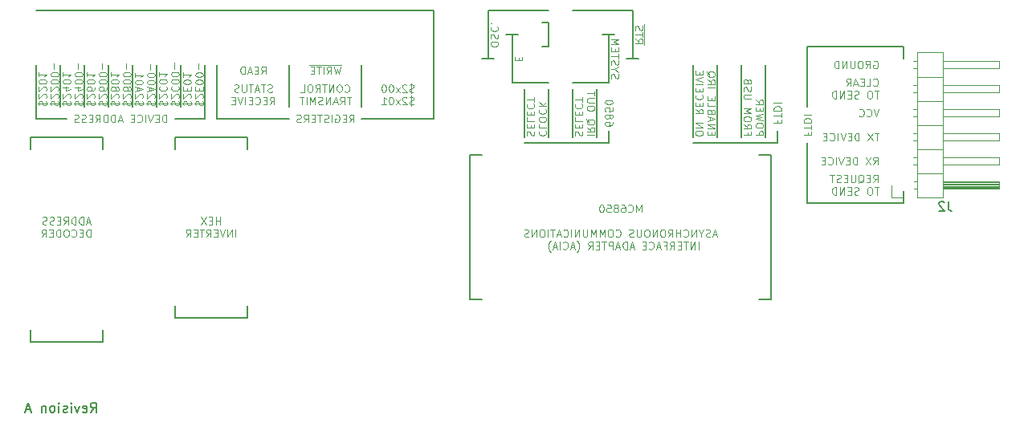
<source format=gbo>
G04 #@! TF.FileFunction,Legend,Bot*
%FSLAX46Y46*%
G04 Gerber Fmt 4.6, Leading zero omitted, Abs format (unit mm)*
G04 Created by KiCad (PCBNEW 4.0.7) date 09/22/19 23:17:33*
%MOMM*%
%LPD*%
G01*
G04 APERTURE LIST*
%ADD10C,0.100000*%
%ADD11C,0.150000*%
%ADD12C,0.200000*%
%ADD13C,0.120000*%
G04 APERTURE END LIST*
D10*
D11*
X108600000Y-78557381D02*
X108933334Y-78081190D01*
X109171429Y-78557381D02*
X109171429Y-77557381D01*
X108790476Y-77557381D01*
X108695238Y-77605000D01*
X108647619Y-77652619D01*
X108600000Y-77747857D01*
X108600000Y-77890714D01*
X108647619Y-77985952D01*
X108695238Y-78033571D01*
X108790476Y-78081190D01*
X109171429Y-78081190D01*
X107790476Y-78509762D02*
X107885714Y-78557381D01*
X108076191Y-78557381D01*
X108171429Y-78509762D01*
X108219048Y-78414524D01*
X108219048Y-78033571D01*
X108171429Y-77938333D01*
X108076191Y-77890714D01*
X107885714Y-77890714D01*
X107790476Y-77938333D01*
X107742857Y-78033571D01*
X107742857Y-78128810D01*
X108219048Y-78224048D01*
X107409524Y-77890714D02*
X107171429Y-78557381D01*
X106933333Y-77890714D01*
X106552381Y-78557381D02*
X106552381Y-77890714D01*
X106552381Y-77557381D02*
X106600000Y-77605000D01*
X106552381Y-77652619D01*
X106504762Y-77605000D01*
X106552381Y-77557381D01*
X106552381Y-77652619D01*
X106123810Y-78509762D02*
X106028572Y-78557381D01*
X105838096Y-78557381D01*
X105742857Y-78509762D01*
X105695238Y-78414524D01*
X105695238Y-78366905D01*
X105742857Y-78271667D01*
X105838096Y-78224048D01*
X105980953Y-78224048D01*
X106076191Y-78176429D01*
X106123810Y-78081190D01*
X106123810Y-78033571D01*
X106076191Y-77938333D01*
X105980953Y-77890714D01*
X105838096Y-77890714D01*
X105742857Y-77938333D01*
X105266667Y-78557381D02*
X105266667Y-77890714D01*
X105266667Y-77557381D02*
X105314286Y-77605000D01*
X105266667Y-77652619D01*
X105219048Y-77605000D01*
X105266667Y-77557381D01*
X105266667Y-77652619D01*
X104647620Y-78557381D02*
X104742858Y-78509762D01*
X104790477Y-78462143D01*
X104838096Y-78366905D01*
X104838096Y-78081190D01*
X104790477Y-77985952D01*
X104742858Y-77938333D01*
X104647620Y-77890714D01*
X104504762Y-77890714D01*
X104409524Y-77938333D01*
X104361905Y-77985952D01*
X104314286Y-78081190D01*
X104314286Y-78366905D01*
X104361905Y-78462143D01*
X104409524Y-78509762D01*
X104504762Y-78557381D01*
X104647620Y-78557381D01*
X103885715Y-77890714D02*
X103885715Y-78557381D01*
X103885715Y-77985952D02*
X103838096Y-77938333D01*
X103742858Y-77890714D01*
X103600000Y-77890714D01*
X103504762Y-77938333D01*
X103457143Y-78033571D01*
X103457143Y-78557381D01*
X102266667Y-78271667D02*
X101790476Y-78271667D01*
X102361905Y-78557381D02*
X102028572Y-77557381D01*
X101695238Y-78557381D01*
D10*
X166655477Y-57466905D02*
X166655477Y-56666905D01*
X166388810Y-57238333D01*
X166122143Y-56666905D01*
X166122143Y-57466905D01*
X165284048Y-57390714D02*
X165322143Y-57428810D01*
X165436429Y-57466905D01*
X165512619Y-57466905D01*
X165626905Y-57428810D01*
X165703096Y-57352619D01*
X165741191Y-57276429D01*
X165779286Y-57124048D01*
X165779286Y-57009762D01*
X165741191Y-56857381D01*
X165703096Y-56781190D01*
X165626905Y-56705000D01*
X165512619Y-56666905D01*
X165436429Y-56666905D01*
X165322143Y-56705000D01*
X165284048Y-56743095D01*
X164598334Y-56666905D02*
X164750715Y-56666905D01*
X164826905Y-56705000D01*
X164865000Y-56743095D01*
X164941191Y-56857381D01*
X164979286Y-57009762D01*
X164979286Y-57314524D01*
X164941191Y-57390714D01*
X164903096Y-57428810D01*
X164826905Y-57466905D01*
X164674524Y-57466905D01*
X164598334Y-57428810D01*
X164560238Y-57390714D01*
X164522143Y-57314524D01*
X164522143Y-57124048D01*
X164560238Y-57047857D01*
X164598334Y-57009762D01*
X164674524Y-56971667D01*
X164826905Y-56971667D01*
X164903096Y-57009762D01*
X164941191Y-57047857D01*
X164979286Y-57124048D01*
X164065000Y-57009762D02*
X164141191Y-56971667D01*
X164179286Y-56933571D01*
X164217381Y-56857381D01*
X164217381Y-56819286D01*
X164179286Y-56743095D01*
X164141191Y-56705000D01*
X164065000Y-56666905D01*
X163912619Y-56666905D01*
X163836429Y-56705000D01*
X163798333Y-56743095D01*
X163760238Y-56819286D01*
X163760238Y-56857381D01*
X163798333Y-56933571D01*
X163836429Y-56971667D01*
X163912619Y-57009762D01*
X164065000Y-57009762D01*
X164141191Y-57047857D01*
X164179286Y-57085952D01*
X164217381Y-57162143D01*
X164217381Y-57314524D01*
X164179286Y-57390714D01*
X164141191Y-57428810D01*
X164065000Y-57466905D01*
X163912619Y-57466905D01*
X163836429Y-57428810D01*
X163798333Y-57390714D01*
X163760238Y-57314524D01*
X163760238Y-57162143D01*
X163798333Y-57085952D01*
X163836429Y-57047857D01*
X163912619Y-57009762D01*
X163036428Y-56666905D02*
X163417381Y-56666905D01*
X163455476Y-57047857D01*
X163417381Y-57009762D01*
X163341190Y-56971667D01*
X163150714Y-56971667D01*
X163074524Y-57009762D01*
X163036428Y-57047857D01*
X162998333Y-57124048D01*
X162998333Y-57314524D01*
X163036428Y-57390714D01*
X163074524Y-57428810D01*
X163150714Y-57466905D01*
X163341190Y-57466905D01*
X163417381Y-57428810D01*
X163455476Y-57390714D01*
X162503095Y-56666905D02*
X162426904Y-56666905D01*
X162350714Y-56705000D01*
X162312619Y-56743095D01*
X162274523Y-56819286D01*
X162236428Y-56971667D01*
X162236428Y-57162143D01*
X162274523Y-57314524D01*
X162312619Y-57390714D01*
X162350714Y-57428810D01*
X162426904Y-57466905D01*
X162503095Y-57466905D01*
X162579285Y-57428810D01*
X162617381Y-57390714D01*
X162655476Y-57314524D01*
X162693571Y-57162143D01*
X162693571Y-56971667D01*
X162655476Y-56819286D01*
X162617381Y-56743095D01*
X162579285Y-56705000D01*
X162503095Y-56666905D01*
X174598332Y-59838333D02*
X174217380Y-59838333D01*
X174674523Y-60066905D02*
X174407856Y-59266905D01*
X174141189Y-60066905D01*
X173912618Y-60028810D02*
X173798332Y-60066905D01*
X173607856Y-60066905D01*
X173531666Y-60028810D01*
X173493570Y-59990714D01*
X173455475Y-59914524D01*
X173455475Y-59838333D01*
X173493570Y-59762143D01*
X173531666Y-59724048D01*
X173607856Y-59685952D01*
X173760237Y-59647857D01*
X173836428Y-59609762D01*
X173874523Y-59571667D01*
X173912618Y-59495476D01*
X173912618Y-59419286D01*
X173874523Y-59343095D01*
X173836428Y-59305000D01*
X173760237Y-59266905D01*
X173569761Y-59266905D01*
X173455475Y-59305000D01*
X172960237Y-59685952D02*
X172960237Y-60066905D01*
X173226904Y-59266905D02*
X172960237Y-59685952D01*
X172693570Y-59266905D01*
X172426904Y-60066905D02*
X172426904Y-59266905D01*
X171969761Y-60066905D01*
X171969761Y-59266905D01*
X171131666Y-59990714D02*
X171169761Y-60028810D01*
X171284047Y-60066905D01*
X171360237Y-60066905D01*
X171474523Y-60028810D01*
X171550714Y-59952619D01*
X171588809Y-59876429D01*
X171626904Y-59724048D01*
X171626904Y-59609762D01*
X171588809Y-59457381D01*
X171550714Y-59381190D01*
X171474523Y-59305000D01*
X171360237Y-59266905D01*
X171284047Y-59266905D01*
X171169761Y-59305000D01*
X171131666Y-59343095D01*
X170788809Y-60066905D02*
X170788809Y-59266905D01*
X170788809Y-59647857D02*
X170331666Y-59647857D01*
X170331666Y-60066905D02*
X170331666Y-59266905D01*
X169493571Y-60066905D02*
X169760238Y-59685952D01*
X169950714Y-60066905D02*
X169950714Y-59266905D01*
X169645952Y-59266905D01*
X169569761Y-59305000D01*
X169531666Y-59343095D01*
X169493571Y-59419286D01*
X169493571Y-59533571D01*
X169531666Y-59609762D01*
X169569761Y-59647857D01*
X169645952Y-59685952D01*
X169950714Y-59685952D01*
X168998333Y-59266905D02*
X168845952Y-59266905D01*
X168769761Y-59305000D01*
X168693571Y-59381190D01*
X168655476Y-59533571D01*
X168655476Y-59800238D01*
X168693571Y-59952619D01*
X168769761Y-60028810D01*
X168845952Y-60066905D01*
X168998333Y-60066905D01*
X169074523Y-60028810D01*
X169150714Y-59952619D01*
X169188809Y-59800238D01*
X169188809Y-59533571D01*
X169150714Y-59381190D01*
X169074523Y-59305000D01*
X168998333Y-59266905D01*
X168312619Y-60066905D02*
X168312619Y-59266905D01*
X167855476Y-60066905D01*
X167855476Y-59266905D01*
X167322143Y-59266905D02*
X167169762Y-59266905D01*
X167093571Y-59305000D01*
X167017381Y-59381190D01*
X166979286Y-59533571D01*
X166979286Y-59800238D01*
X167017381Y-59952619D01*
X167093571Y-60028810D01*
X167169762Y-60066905D01*
X167322143Y-60066905D01*
X167398333Y-60028810D01*
X167474524Y-59952619D01*
X167512619Y-59800238D01*
X167512619Y-59533571D01*
X167474524Y-59381190D01*
X167398333Y-59305000D01*
X167322143Y-59266905D01*
X166636429Y-59266905D02*
X166636429Y-59914524D01*
X166598334Y-59990714D01*
X166560238Y-60028810D01*
X166484048Y-60066905D01*
X166331667Y-60066905D01*
X166255476Y-60028810D01*
X166217381Y-59990714D01*
X166179286Y-59914524D01*
X166179286Y-59266905D01*
X165836429Y-60028810D02*
X165722143Y-60066905D01*
X165531667Y-60066905D01*
X165455477Y-60028810D01*
X165417381Y-59990714D01*
X165379286Y-59914524D01*
X165379286Y-59838333D01*
X165417381Y-59762143D01*
X165455477Y-59724048D01*
X165531667Y-59685952D01*
X165684048Y-59647857D01*
X165760239Y-59609762D01*
X165798334Y-59571667D01*
X165836429Y-59495476D01*
X165836429Y-59419286D01*
X165798334Y-59343095D01*
X165760239Y-59305000D01*
X165684048Y-59266905D01*
X165493572Y-59266905D01*
X165379286Y-59305000D01*
X163969762Y-59990714D02*
X164007857Y-60028810D01*
X164122143Y-60066905D01*
X164198333Y-60066905D01*
X164312619Y-60028810D01*
X164388810Y-59952619D01*
X164426905Y-59876429D01*
X164465000Y-59724048D01*
X164465000Y-59609762D01*
X164426905Y-59457381D01*
X164388810Y-59381190D01*
X164312619Y-59305000D01*
X164198333Y-59266905D01*
X164122143Y-59266905D01*
X164007857Y-59305000D01*
X163969762Y-59343095D01*
X163474524Y-59266905D02*
X163322143Y-59266905D01*
X163245952Y-59305000D01*
X163169762Y-59381190D01*
X163131667Y-59533571D01*
X163131667Y-59800238D01*
X163169762Y-59952619D01*
X163245952Y-60028810D01*
X163322143Y-60066905D01*
X163474524Y-60066905D01*
X163550714Y-60028810D01*
X163626905Y-59952619D01*
X163665000Y-59800238D01*
X163665000Y-59533571D01*
X163626905Y-59381190D01*
X163550714Y-59305000D01*
X163474524Y-59266905D01*
X162788810Y-60066905D02*
X162788810Y-59266905D01*
X162522143Y-59838333D01*
X162255476Y-59266905D01*
X162255476Y-60066905D01*
X161874524Y-60066905D02*
X161874524Y-59266905D01*
X161607857Y-59838333D01*
X161341190Y-59266905D01*
X161341190Y-60066905D01*
X160960238Y-59266905D02*
X160960238Y-59914524D01*
X160922143Y-59990714D01*
X160884047Y-60028810D01*
X160807857Y-60066905D01*
X160655476Y-60066905D01*
X160579285Y-60028810D01*
X160541190Y-59990714D01*
X160503095Y-59914524D01*
X160503095Y-59266905D01*
X160122143Y-60066905D02*
X160122143Y-59266905D01*
X159665000Y-60066905D01*
X159665000Y-59266905D01*
X159284048Y-60066905D02*
X159284048Y-59266905D01*
X158445953Y-59990714D02*
X158484048Y-60028810D01*
X158598334Y-60066905D01*
X158674524Y-60066905D01*
X158788810Y-60028810D01*
X158865001Y-59952619D01*
X158903096Y-59876429D01*
X158941191Y-59724048D01*
X158941191Y-59609762D01*
X158903096Y-59457381D01*
X158865001Y-59381190D01*
X158788810Y-59305000D01*
X158674524Y-59266905D01*
X158598334Y-59266905D01*
X158484048Y-59305000D01*
X158445953Y-59343095D01*
X158141191Y-59838333D02*
X157760239Y-59838333D01*
X158217382Y-60066905D02*
X157950715Y-59266905D01*
X157684048Y-60066905D01*
X157531668Y-59266905D02*
X157074525Y-59266905D01*
X157303096Y-60066905D02*
X157303096Y-59266905D01*
X156807858Y-60066905D02*
X156807858Y-59266905D01*
X156274525Y-59266905D02*
X156122144Y-59266905D01*
X156045953Y-59305000D01*
X155969763Y-59381190D01*
X155931668Y-59533571D01*
X155931668Y-59800238D01*
X155969763Y-59952619D01*
X156045953Y-60028810D01*
X156122144Y-60066905D01*
X156274525Y-60066905D01*
X156350715Y-60028810D01*
X156426906Y-59952619D01*
X156465001Y-59800238D01*
X156465001Y-59533571D01*
X156426906Y-59381190D01*
X156350715Y-59305000D01*
X156274525Y-59266905D01*
X155588811Y-60066905D02*
X155588811Y-59266905D01*
X155131668Y-60066905D01*
X155131668Y-59266905D01*
X154788811Y-60028810D02*
X154674525Y-60066905D01*
X154484049Y-60066905D01*
X154407859Y-60028810D01*
X154369763Y-59990714D01*
X154331668Y-59914524D01*
X154331668Y-59838333D01*
X154369763Y-59762143D01*
X154407859Y-59724048D01*
X154484049Y-59685952D01*
X154636430Y-59647857D01*
X154712621Y-59609762D01*
X154750716Y-59571667D01*
X154788811Y-59495476D01*
X154788811Y-59419286D01*
X154750716Y-59343095D01*
X154712621Y-59305000D01*
X154636430Y-59266905D01*
X154445954Y-59266905D01*
X154331668Y-59305000D01*
X172674523Y-61366905D02*
X172674523Y-60566905D01*
X172293571Y-61366905D02*
X172293571Y-60566905D01*
X171836428Y-61366905D01*
X171836428Y-60566905D01*
X171569762Y-60566905D02*
X171112619Y-60566905D01*
X171341190Y-61366905D02*
X171341190Y-60566905D01*
X170845952Y-60947857D02*
X170579285Y-60947857D01*
X170464999Y-61366905D02*
X170845952Y-61366905D01*
X170845952Y-60566905D01*
X170464999Y-60566905D01*
X169664999Y-61366905D02*
X169931666Y-60985952D01*
X170122142Y-61366905D02*
X170122142Y-60566905D01*
X169817380Y-60566905D01*
X169741189Y-60605000D01*
X169703094Y-60643095D01*
X169664999Y-60719286D01*
X169664999Y-60833571D01*
X169703094Y-60909762D01*
X169741189Y-60947857D01*
X169817380Y-60985952D01*
X170122142Y-60985952D01*
X169055475Y-60947857D02*
X169322142Y-60947857D01*
X169322142Y-61366905D02*
X169322142Y-60566905D01*
X168941189Y-60566905D01*
X168674523Y-61138333D02*
X168293571Y-61138333D01*
X168750714Y-61366905D02*
X168484047Y-60566905D01*
X168217380Y-61366905D01*
X167493571Y-61290714D02*
X167531666Y-61328810D01*
X167645952Y-61366905D01*
X167722142Y-61366905D01*
X167836428Y-61328810D01*
X167912619Y-61252619D01*
X167950714Y-61176429D01*
X167988809Y-61024048D01*
X167988809Y-60909762D01*
X167950714Y-60757381D01*
X167912619Y-60681190D01*
X167836428Y-60605000D01*
X167722142Y-60566905D01*
X167645952Y-60566905D01*
X167531666Y-60605000D01*
X167493571Y-60643095D01*
X167150714Y-60947857D02*
X166884047Y-60947857D01*
X166769761Y-61366905D02*
X167150714Y-61366905D01*
X167150714Y-60566905D01*
X166769761Y-60566905D01*
X165855475Y-61138333D02*
X165474523Y-61138333D01*
X165931666Y-61366905D02*
X165664999Y-60566905D01*
X165398332Y-61366905D01*
X165131666Y-61366905D02*
X165131666Y-60566905D01*
X164941190Y-60566905D01*
X164826904Y-60605000D01*
X164750713Y-60681190D01*
X164712618Y-60757381D01*
X164674523Y-60909762D01*
X164674523Y-61024048D01*
X164712618Y-61176429D01*
X164750713Y-61252619D01*
X164826904Y-61328810D01*
X164941190Y-61366905D01*
X165131666Y-61366905D01*
X164369761Y-61138333D02*
X163988809Y-61138333D01*
X164445952Y-61366905D02*
X164179285Y-60566905D01*
X163912618Y-61366905D01*
X163645952Y-61366905D02*
X163645952Y-60566905D01*
X163341190Y-60566905D01*
X163264999Y-60605000D01*
X163226904Y-60643095D01*
X163188809Y-60719286D01*
X163188809Y-60833571D01*
X163226904Y-60909762D01*
X163264999Y-60947857D01*
X163341190Y-60985952D01*
X163645952Y-60985952D01*
X162960238Y-60566905D02*
X162503095Y-60566905D01*
X162731666Y-61366905D02*
X162731666Y-60566905D01*
X162236428Y-60947857D02*
X161969761Y-60947857D01*
X161855475Y-61366905D02*
X162236428Y-61366905D01*
X162236428Y-60566905D01*
X161855475Y-60566905D01*
X161055475Y-61366905D02*
X161322142Y-60985952D01*
X161512618Y-61366905D02*
X161512618Y-60566905D01*
X161207856Y-60566905D01*
X161131665Y-60605000D01*
X161093570Y-60643095D01*
X161055475Y-60719286D01*
X161055475Y-60833571D01*
X161093570Y-60909762D01*
X161131665Y-60947857D01*
X161207856Y-60985952D01*
X161512618Y-60985952D01*
X159874522Y-61671667D02*
X159912618Y-61633571D01*
X159988808Y-61519286D01*
X160026903Y-61443095D01*
X160064999Y-61328810D01*
X160103094Y-61138333D01*
X160103094Y-60985952D01*
X160064999Y-60795476D01*
X160026903Y-60681190D01*
X159988808Y-60605000D01*
X159912618Y-60490714D01*
X159874522Y-60452619D01*
X159607856Y-61138333D02*
X159226904Y-61138333D01*
X159684047Y-61366905D02*
X159417380Y-60566905D01*
X159150713Y-61366905D01*
X158426904Y-61290714D02*
X158464999Y-61328810D01*
X158579285Y-61366905D01*
X158655475Y-61366905D01*
X158769761Y-61328810D01*
X158845952Y-61252619D01*
X158884047Y-61176429D01*
X158922142Y-61024048D01*
X158922142Y-60909762D01*
X158884047Y-60757381D01*
X158845952Y-60681190D01*
X158769761Y-60605000D01*
X158655475Y-60566905D01*
X158579285Y-60566905D01*
X158464999Y-60605000D01*
X158426904Y-60643095D01*
X158084047Y-61366905D02*
X158084047Y-60566905D01*
X157741190Y-61138333D02*
X157360238Y-61138333D01*
X157817381Y-61366905D02*
X157550714Y-60566905D01*
X157284047Y-61366905D01*
X157093571Y-61671667D02*
X157055476Y-61633571D01*
X156979286Y-61519286D01*
X156941190Y-61443095D01*
X156903095Y-61328810D01*
X156865000Y-61138333D01*
X156865000Y-60985952D01*
X156903095Y-60795476D01*
X156941190Y-60681190D01*
X156979286Y-60605000D01*
X157055476Y-60490714D01*
X157093571Y-60452619D01*
X108559286Y-58538333D02*
X108178334Y-58538333D01*
X108635477Y-58766905D02*
X108368810Y-57966905D01*
X108102143Y-58766905D01*
X107835477Y-58766905D02*
X107835477Y-57966905D01*
X107645001Y-57966905D01*
X107530715Y-58005000D01*
X107454524Y-58081190D01*
X107416429Y-58157381D01*
X107378334Y-58309762D01*
X107378334Y-58424048D01*
X107416429Y-58576429D01*
X107454524Y-58652619D01*
X107530715Y-58728810D01*
X107645001Y-58766905D01*
X107835477Y-58766905D01*
X107035477Y-58766905D02*
X107035477Y-57966905D01*
X106845001Y-57966905D01*
X106730715Y-58005000D01*
X106654524Y-58081190D01*
X106616429Y-58157381D01*
X106578334Y-58309762D01*
X106578334Y-58424048D01*
X106616429Y-58576429D01*
X106654524Y-58652619D01*
X106730715Y-58728810D01*
X106845001Y-58766905D01*
X107035477Y-58766905D01*
X105778334Y-58766905D02*
X106045001Y-58385952D01*
X106235477Y-58766905D02*
X106235477Y-57966905D01*
X105930715Y-57966905D01*
X105854524Y-58005000D01*
X105816429Y-58043095D01*
X105778334Y-58119286D01*
X105778334Y-58233571D01*
X105816429Y-58309762D01*
X105854524Y-58347857D01*
X105930715Y-58385952D01*
X106235477Y-58385952D01*
X105435477Y-58347857D02*
X105168810Y-58347857D01*
X105054524Y-58766905D02*
X105435477Y-58766905D01*
X105435477Y-57966905D01*
X105054524Y-57966905D01*
X104749762Y-58728810D02*
X104635476Y-58766905D01*
X104445000Y-58766905D01*
X104368810Y-58728810D01*
X104330714Y-58690714D01*
X104292619Y-58614524D01*
X104292619Y-58538333D01*
X104330714Y-58462143D01*
X104368810Y-58424048D01*
X104445000Y-58385952D01*
X104597381Y-58347857D01*
X104673572Y-58309762D01*
X104711667Y-58271667D01*
X104749762Y-58195476D01*
X104749762Y-58119286D01*
X104711667Y-58043095D01*
X104673572Y-58005000D01*
X104597381Y-57966905D01*
X104406905Y-57966905D01*
X104292619Y-58005000D01*
X103987857Y-58728810D02*
X103873571Y-58766905D01*
X103683095Y-58766905D01*
X103606905Y-58728810D01*
X103568809Y-58690714D01*
X103530714Y-58614524D01*
X103530714Y-58538333D01*
X103568809Y-58462143D01*
X103606905Y-58424048D01*
X103683095Y-58385952D01*
X103835476Y-58347857D01*
X103911667Y-58309762D01*
X103949762Y-58271667D01*
X103987857Y-58195476D01*
X103987857Y-58119286D01*
X103949762Y-58043095D01*
X103911667Y-58005000D01*
X103835476Y-57966905D01*
X103645000Y-57966905D01*
X103530714Y-58005000D01*
X108597381Y-60066905D02*
X108597381Y-59266905D01*
X108406905Y-59266905D01*
X108292619Y-59305000D01*
X108216428Y-59381190D01*
X108178333Y-59457381D01*
X108140238Y-59609762D01*
X108140238Y-59724048D01*
X108178333Y-59876429D01*
X108216428Y-59952619D01*
X108292619Y-60028810D01*
X108406905Y-60066905D01*
X108597381Y-60066905D01*
X107797381Y-59647857D02*
X107530714Y-59647857D01*
X107416428Y-60066905D02*
X107797381Y-60066905D01*
X107797381Y-59266905D01*
X107416428Y-59266905D01*
X106616428Y-59990714D02*
X106654523Y-60028810D01*
X106768809Y-60066905D01*
X106844999Y-60066905D01*
X106959285Y-60028810D01*
X107035476Y-59952619D01*
X107073571Y-59876429D01*
X107111666Y-59724048D01*
X107111666Y-59609762D01*
X107073571Y-59457381D01*
X107035476Y-59381190D01*
X106959285Y-59305000D01*
X106844999Y-59266905D01*
X106768809Y-59266905D01*
X106654523Y-59305000D01*
X106616428Y-59343095D01*
X106121190Y-59266905D02*
X105968809Y-59266905D01*
X105892618Y-59305000D01*
X105816428Y-59381190D01*
X105778333Y-59533571D01*
X105778333Y-59800238D01*
X105816428Y-59952619D01*
X105892618Y-60028810D01*
X105968809Y-60066905D01*
X106121190Y-60066905D01*
X106197380Y-60028810D01*
X106273571Y-59952619D01*
X106311666Y-59800238D01*
X106311666Y-59533571D01*
X106273571Y-59381190D01*
X106197380Y-59305000D01*
X106121190Y-59266905D01*
X105435476Y-60066905D02*
X105435476Y-59266905D01*
X105245000Y-59266905D01*
X105130714Y-59305000D01*
X105054523Y-59381190D01*
X105016428Y-59457381D01*
X104978333Y-59609762D01*
X104978333Y-59724048D01*
X105016428Y-59876429D01*
X105054523Y-59952619D01*
X105130714Y-60028810D01*
X105245000Y-60066905D01*
X105435476Y-60066905D01*
X104635476Y-59647857D02*
X104368809Y-59647857D01*
X104254523Y-60066905D02*
X104635476Y-60066905D01*
X104635476Y-59266905D01*
X104254523Y-59266905D01*
X103454523Y-60066905D02*
X103721190Y-59685952D01*
X103911666Y-60066905D02*
X103911666Y-59266905D01*
X103606904Y-59266905D01*
X103530713Y-59305000D01*
X103492618Y-59343095D01*
X103454523Y-59419286D01*
X103454523Y-59533571D01*
X103492618Y-59609762D01*
X103530713Y-59647857D01*
X103606904Y-59685952D01*
X103911666Y-59685952D01*
X122256429Y-58766905D02*
X122256429Y-57966905D01*
X122256429Y-58347857D02*
X121799286Y-58347857D01*
X121799286Y-58766905D02*
X121799286Y-57966905D01*
X121418334Y-58347857D02*
X121151667Y-58347857D01*
X121037381Y-58766905D02*
X121418334Y-58766905D01*
X121418334Y-57966905D01*
X121037381Y-57966905D01*
X120770714Y-57966905D02*
X120237381Y-58766905D01*
X120237381Y-57966905D02*
X120770714Y-58766905D01*
X123875476Y-60066905D02*
X123875476Y-59266905D01*
X123494524Y-60066905D02*
X123494524Y-59266905D01*
X123037381Y-60066905D01*
X123037381Y-59266905D01*
X122770715Y-59266905D02*
X122504048Y-60066905D01*
X122237381Y-59266905D01*
X121970715Y-59647857D02*
X121704048Y-59647857D01*
X121589762Y-60066905D02*
X121970715Y-60066905D01*
X121970715Y-59266905D01*
X121589762Y-59266905D01*
X120789762Y-60066905D02*
X121056429Y-59685952D01*
X121246905Y-60066905D02*
X121246905Y-59266905D01*
X120942143Y-59266905D01*
X120865952Y-59305000D01*
X120827857Y-59343095D01*
X120789762Y-59419286D01*
X120789762Y-59533571D01*
X120827857Y-59609762D01*
X120865952Y-59647857D01*
X120942143Y-59685952D01*
X121246905Y-59685952D01*
X120561191Y-59266905D02*
X120104048Y-59266905D01*
X120332619Y-60066905D02*
X120332619Y-59266905D01*
X119837381Y-59647857D02*
X119570714Y-59647857D01*
X119456428Y-60066905D02*
X119837381Y-60066905D01*
X119837381Y-59266905D01*
X119456428Y-59266905D01*
X118656428Y-60066905D02*
X118923095Y-59685952D01*
X119113571Y-60066905D02*
X119113571Y-59266905D01*
X118808809Y-59266905D01*
X118732618Y-59305000D01*
X118694523Y-59343095D01*
X118656428Y-59419286D01*
X118656428Y-59533571D01*
X118694523Y-59609762D01*
X118732618Y-59647857D01*
X118808809Y-59685952D01*
X119113571Y-59685952D01*
D12*
X125095000Y-68580000D02*
X125095000Y-67310000D01*
X117475000Y-68580000D02*
X125095000Y-68580000D01*
X117475000Y-67310000D02*
X117475000Y-68580000D01*
X109855000Y-71120000D02*
X109855000Y-69850000D01*
X102235000Y-71120000D02*
X109855000Y-71120000D01*
X102235000Y-69850000D02*
X102235000Y-71120000D01*
X109855000Y-49530000D02*
X109855000Y-50800000D01*
X102235000Y-49530000D02*
X109855000Y-49530000D01*
X102235000Y-50800000D02*
X102235000Y-49530000D01*
X125095000Y-49530000D02*
X125095000Y-50800000D01*
X117475000Y-49530000D02*
X125095000Y-49530000D01*
X117475000Y-50800000D02*
X117475000Y-49530000D01*
X148590000Y-66675000D02*
X149860000Y-66675000D01*
X148590000Y-51435000D02*
X148590000Y-66675000D01*
X149860000Y-51435000D02*
X148590000Y-51435000D01*
X180340000Y-66675000D02*
X179070000Y-66675000D01*
X180340000Y-51435000D02*
X180340000Y-66675000D01*
X179070000Y-51435000D02*
X180340000Y-51435000D01*
X194310000Y-56515000D02*
X194310000Y-55245000D01*
X184150000Y-56515000D02*
X194310000Y-56515000D01*
X184150000Y-50165000D02*
X184150000Y-56515000D01*
X194310000Y-40005000D02*
X194310000Y-41275000D01*
X184150000Y-40005000D02*
X194310000Y-40005000D01*
X184150000Y-46355000D02*
X184150000Y-40005000D01*
D10*
X184207143Y-49040952D02*
X184207143Y-49307619D01*
X183788095Y-49307619D02*
X184588095Y-49307619D01*
X184588095Y-48926666D01*
X184588095Y-48736191D02*
X184588095Y-48279048D01*
X183788095Y-48507619D02*
X184588095Y-48507619D01*
X183788095Y-48012381D02*
X184588095Y-48012381D01*
X184588095Y-47821905D01*
X184550000Y-47707619D01*
X184473810Y-47631428D01*
X184397619Y-47593333D01*
X184245238Y-47555238D01*
X184130952Y-47555238D01*
X183978571Y-47593333D01*
X183902381Y-47631428D01*
X183826190Y-47707619D01*
X183788095Y-47821905D01*
X183788095Y-48012381D01*
X183788095Y-47212381D02*
X184588095Y-47212381D01*
X191693810Y-46551905D02*
X191427143Y-47351905D01*
X191160476Y-46551905D01*
X190436667Y-47275714D02*
X190474762Y-47313810D01*
X190589048Y-47351905D01*
X190665238Y-47351905D01*
X190779524Y-47313810D01*
X190855715Y-47237619D01*
X190893810Y-47161429D01*
X190931905Y-47009048D01*
X190931905Y-46894762D01*
X190893810Y-46742381D01*
X190855715Y-46666190D01*
X190779524Y-46590000D01*
X190665238Y-46551905D01*
X190589048Y-46551905D01*
X190474762Y-46590000D01*
X190436667Y-46628095D01*
X189636667Y-47275714D02*
X189674762Y-47313810D01*
X189789048Y-47351905D01*
X189865238Y-47351905D01*
X189979524Y-47313810D01*
X190055715Y-47237619D01*
X190093810Y-47161429D01*
X190131905Y-47009048D01*
X190131905Y-46894762D01*
X190093810Y-46742381D01*
X190055715Y-46666190D01*
X189979524Y-46590000D01*
X189865238Y-46551905D01*
X189789048Y-46551905D01*
X189674762Y-46590000D01*
X189636667Y-46628095D01*
X191160476Y-41510000D02*
X191236667Y-41471905D01*
X191350952Y-41471905D01*
X191465238Y-41510000D01*
X191541429Y-41586190D01*
X191579524Y-41662381D01*
X191617619Y-41814762D01*
X191617619Y-41929048D01*
X191579524Y-42081429D01*
X191541429Y-42157619D01*
X191465238Y-42233810D01*
X191350952Y-42271905D01*
X191274762Y-42271905D01*
X191160476Y-42233810D01*
X191122381Y-42195714D01*
X191122381Y-41929048D01*
X191274762Y-41929048D01*
X190322381Y-42271905D02*
X190589048Y-41890952D01*
X190779524Y-42271905D02*
X190779524Y-41471905D01*
X190474762Y-41471905D01*
X190398571Y-41510000D01*
X190360476Y-41548095D01*
X190322381Y-41624286D01*
X190322381Y-41738571D01*
X190360476Y-41814762D01*
X190398571Y-41852857D01*
X190474762Y-41890952D01*
X190779524Y-41890952D01*
X189827143Y-41471905D02*
X189674762Y-41471905D01*
X189598571Y-41510000D01*
X189522381Y-41586190D01*
X189484286Y-41738571D01*
X189484286Y-42005238D01*
X189522381Y-42157619D01*
X189598571Y-42233810D01*
X189674762Y-42271905D01*
X189827143Y-42271905D01*
X189903333Y-42233810D01*
X189979524Y-42157619D01*
X190017619Y-42005238D01*
X190017619Y-41738571D01*
X189979524Y-41586190D01*
X189903333Y-41510000D01*
X189827143Y-41471905D01*
X189141429Y-41471905D02*
X189141429Y-42119524D01*
X189103334Y-42195714D01*
X189065238Y-42233810D01*
X188989048Y-42271905D01*
X188836667Y-42271905D01*
X188760476Y-42233810D01*
X188722381Y-42195714D01*
X188684286Y-42119524D01*
X188684286Y-41471905D01*
X188303334Y-42271905D02*
X188303334Y-41471905D01*
X187846191Y-42271905D01*
X187846191Y-41471905D01*
X187465239Y-42271905D02*
X187465239Y-41471905D01*
X187274763Y-41471905D01*
X187160477Y-41510000D01*
X187084286Y-41586190D01*
X187046191Y-41662381D01*
X187008096Y-41814762D01*
X187008096Y-41929048D01*
X187046191Y-42081429D01*
X187084286Y-42157619D01*
X187160477Y-42233810D01*
X187274763Y-42271905D01*
X187465239Y-42271905D01*
X191122381Y-54321905D02*
X191389048Y-53940952D01*
X191579524Y-54321905D02*
X191579524Y-53521905D01*
X191274762Y-53521905D01*
X191198571Y-53560000D01*
X191160476Y-53598095D01*
X191122381Y-53674286D01*
X191122381Y-53788571D01*
X191160476Y-53864762D01*
X191198571Y-53902857D01*
X191274762Y-53940952D01*
X191579524Y-53940952D01*
X190779524Y-53902857D02*
X190512857Y-53902857D01*
X190398571Y-54321905D02*
X190779524Y-54321905D01*
X190779524Y-53521905D01*
X190398571Y-53521905D01*
X189522380Y-54398095D02*
X189598571Y-54360000D01*
X189674761Y-54283810D01*
X189789047Y-54169524D01*
X189865238Y-54131429D01*
X189941428Y-54131429D01*
X189903333Y-54321905D02*
X189979523Y-54283810D01*
X190055714Y-54207619D01*
X190093809Y-54055238D01*
X190093809Y-53788571D01*
X190055714Y-53636190D01*
X189979523Y-53560000D01*
X189903333Y-53521905D01*
X189750952Y-53521905D01*
X189674761Y-53560000D01*
X189598571Y-53636190D01*
X189560476Y-53788571D01*
X189560476Y-54055238D01*
X189598571Y-54207619D01*
X189674761Y-54283810D01*
X189750952Y-54321905D01*
X189903333Y-54321905D01*
X189217619Y-53521905D02*
X189217619Y-54169524D01*
X189179524Y-54245714D01*
X189141428Y-54283810D01*
X189065238Y-54321905D01*
X188912857Y-54321905D01*
X188836666Y-54283810D01*
X188798571Y-54245714D01*
X188760476Y-54169524D01*
X188760476Y-53521905D01*
X188379524Y-53902857D02*
X188112857Y-53902857D01*
X187998571Y-54321905D02*
X188379524Y-54321905D01*
X188379524Y-53521905D01*
X187998571Y-53521905D01*
X187693809Y-54283810D02*
X187579523Y-54321905D01*
X187389047Y-54321905D01*
X187312857Y-54283810D01*
X187274761Y-54245714D01*
X187236666Y-54169524D01*
X187236666Y-54093333D01*
X187274761Y-54017143D01*
X187312857Y-53979048D01*
X187389047Y-53940952D01*
X187541428Y-53902857D01*
X187617619Y-53864762D01*
X187655714Y-53826667D01*
X187693809Y-53750476D01*
X187693809Y-53674286D01*
X187655714Y-53598095D01*
X187617619Y-53560000D01*
X187541428Y-53521905D01*
X187350952Y-53521905D01*
X187236666Y-53560000D01*
X187008095Y-53521905D02*
X186550952Y-53521905D01*
X186779523Y-54321905D02*
X186779523Y-53521905D01*
X191693810Y-54821905D02*
X191236667Y-54821905D01*
X191465238Y-55621905D02*
X191465238Y-54821905D01*
X190817619Y-54821905D02*
X190665238Y-54821905D01*
X190589047Y-54860000D01*
X190512857Y-54936190D01*
X190474762Y-55088571D01*
X190474762Y-55355238D01*
X190512857Y-55507619D01*
X190589047Y-55583810D01*
X190665238Y-55621905D01*
X190817619Y-55621905D01*
X190893809Y-55583810D01*
X190970000Y-55507619D01*
X191008095Y-55355238D01*
X191008095Y-55088571D01*
X190970000Y-54936190D01*
X190893809Y-54860000D01*
X190817619Y-54821905D01*
X189560476Y-55583810D02*
X189446190Y-55621905D01*
X189255714Y-55621905D01*
X189179524Y-55583810D01*
X189141428Y-55545714D01*
X189103333Y-55469524D01*
X189103333Y-55393333D01*
X189141428Y-55317143D01*
X189179524Y-55279048D01*
X189255714Y-55240952D01*
X189408095Y-55202857D01*
X189484286Y-55164762D01*
X189522381Y-55126667D01*
X189560476Y-55050476D01*
X189560476Y-54974286D01*
X189522381Y-54898095D01*
X189484286Y-54860000D01*
X189408095Y-54821905D01*
X189217619Y-54821905D01*
X189103333Y-54860000D01*
X188760476Y-55202857D02*
X188493809Y-55202857D01*
X188379523Y-55621905D02*
X188760476Y-55621905D01*
X188760476Y-54821905D01*
X188379523Y-54821905D01*
X188036666Y-55621905D02*
X188036666Y-54821905D01*
X187579523Y-55621905D01*
X187579523Y-54821905D01*
X187198571Y-55621905D02*
X187198571Y-54821905D01*
X187008095Y-54821905D01*
X186893809Y-54860000D01*
X186817618Y-54936190D01*
X186779523Y-55012381D01*
X186741428Y-55164762D01*
X186741428Y-55279048D01*
X186779523Y-55431429D01*
X186817618Y-55507619D01*
X186893809Y-55583810D01*
X187008095Y-55621905D01*
X187198571Y-55621905D01*
X191122381Y-44085714D02*
X191160476Y-44123810D01*
X191274762Y-44161905D01*
X191350952Y-44161905D01*
X191465238Y-44123810D01*
X191541429Y-44047619D01*
X191579524Y-43971429D01*
X191617619Y-43819048D01*
X191617619Y-43704762D01*
X191579524Y-43552381D01*
X191541429Y-43476190D01*
X191465238Y-43400000D01*
X191350952Y-43361905D01*
X191274762Y-43361905D01*
X191160476Y-43400000D01*
X191122381Y-43438095D01*
X190398571Y-44161905D02*
X190779524Y-44161905D01*
X190779524Y-43361905D01*
X190131905Y-43742857D02*
X189865238Y-43742857D01*
X189750952Y-44161905D02*
X190131905Y-44161905D01*
X190131905Y-43361905D01*
X189750952Y-43361905D01*
X189446190Y-43933333D02*
X189065238Y-43933333D01*
X189522381Y-44161905D02*
X189255714Y-43361905D01*
X188989047Y-44161905D01*
X188265238Y-44161905D02*
X188531905Y-43780952D01*
X188722381Y-44161905D02*
X188722381Y-43361905D01*
X188417619Y-43361905D01*
X188341428Y-43400000D01*
X188303333Y-43438095D01*
X188265238Y-43514286D01*
X188265238Y-43628571D01*
X188303333Y-43704762D01*
X188341428Y-43742857D01*
X188417619Y-43780952D01*
X188722381Y-43780952D01*
X191693810Y-44661905D02*
X191236667Y-44661905D01*
X191465238Y-45461905D02*
X191465238Y-44661905D01*
X190817619Y-44661905D02*
X190665238Y-44661905D01*
X190589047Y-44700000D01*
X190512857Y-44776190D01*
X190474762Y-44928571D01*
X190474762Y-45195238D01*
X190512857Y-45347619D01*
X190589047Y-45423810D01*
X190665238Y-45461905D01*
X190817619Y-45461905D01*
X190893809Y-45423810D01*
X190970000Y-45347619D01*
X191008095Y-45195238D01*
X191008095Y-44928571D01*
X190970000Y-44776190D01*
X190893809Y-44700000D01*
X190817619Y-44661905D01*
X189560476Y-45423810D02*
X189446190Y-45461905D01*
X189255714Y-45461905D01*
X189179524Y-45423810D01*
X189141428Y-45385714D01*
X189103333Y-45309524D01*
X189103333Y-45233333D01*
X189141428Y-45157143D01*
X189179524Y-45119048D01*
X189255714Y-45080952D01*
X189408095Y-45042857D01*
X189484286Y-45004762D01*
X189522381Y-44966667D01*
X189560476Y-44890476D01*
X189560476Y-44814286D01*
X189522381Y-44738095D01*
X189484286Y-44700000D01*
X189408095Y-44661905D01*
X189217619Y-44661905D01*
X189103333Y-44700000D01*
X188760476Y-45042857D02*
X188493809Y-45042857D01*
X188379523Y-45461905D02*
X188760476Y-45461905D01*
X188760476Y-44661905D01*
X188379523Y-44661905D01*
X188036666Y-45461905D02*
X188036666Y-44661905D01*
X187579523Y-45461905D01*
X187579523Y-44661905D01*
X187198571Y-45461905D02*
X187198571Y-44661905D01*
X187008095Y-44661905D01*
X186893809Y-44700000D01*
X186817618Y-44776190D01*
X186779523Y-44852381D01*
X186741428Y-45004762D01*
X186741428Y-45119048D01*
X186779523Y-45271429D01*
X186817618Y-45347619D01*
X186893809Y-45423810D01*
X187008095Y-45461905D01*
X187198571Y-45461905D01*
X191693810Y-49091905D02*
X191236667Y-49091905D01*
X191465238Y-49891905D02*
X191465238Y-49091905D01*
X191046190Y-49091905D02*
X190512857Y-49891905D01*
X190512857Y-49091905D02*
X191046190Y-49891905D01*
X189598571Y-49891905D02*
X189598571Y-49091905D01*
X189408095Y-49091905D01*
X189293809Y-49130000D01*
X189217618Y-49206190D01*
X189179523Y-49282381D01*
X189141428Y-49434762D01*
X189141428Y-49549048D01*
X189179523Y-49701429D01*
X189217618Y-49777619D01*
X189293809Y-49853810D01*
X189408095Y-49891905D01*
X189598571Y-49891905D01*
X188798571Y-49472857D02*
X188531904Y-49472857D01*
X188417618Y-49891905D02*
X188798571Y-49891905D01*
X188798571Y-49091905D01*
X188417618Y-49091905D01*
X188189047Y-49091905D02*
X187922380Y-49891905D01*
X187655713Y-49091905D01*
X187389047Y-49891905D02*
X187389047Y-49091905D01*
X186550952Y-49815714D02*
X186589047Y-49853810D01*
X186703333Y-49891905D01*
X186779523Y-49891905D01*
X186893809Y-49853810D01*
X186970000Y-49777619D01*
X187008095Y-49701429D01*
X187046190Y-49549048D01*
X187046190Y-49434762D01*
X187008095Y-49282381D01*
X186970000Y-49206190D01*
X186893809Y-49130000D01*
X186779523Y-49091905D01*
X186703333Y-49091905D01*
X186589047Y-49130000D01*
X186550952Y-49168095D01*
X186208095Y-49472857D02*
X185941428Y-49472857D01*
X185827142Y-49891905D02*
X186208095Y-49891905D01*
X186208095Y-49091905D01*
X185827142Y-49091905D01*
X191122381Y-52431905D02*
X191389048Y-52050952D01*
X191579524Y-52431905D02*
X191579524Y-51631905D01*
X191274762Y-51631905D01*
X191198571Y-51670000D01*
X191160476Y-51708095D01*
X191122381Y-51784286D01*
X191122381Y-51898571D01*
X191160476Y-51974762D01*
X191198571Y-52012857D01*
X191274762Y-52050952D01*
X191579524Y-52050952D01*
X190855714Y-51631905D02*
X190322381Y-52431905D01*
X190322381Y-51631905D02*
X190855714Y-52431905D01*
X189408095Y-52431905D02*
X189408095Y-51631905D01*
X189217619Y-51631905D01*
X189103333Y-51670000D01*
X189027142Y-51746190D01*
X188989047Y-51822381D01*
X188950952Y-51974762D01*
X188950952Y-52089048D01*
X188989047Y-52241429D01*
X189027142Y-52317619D01*
X189103333Y-52393810D01*
X189217619Y-52431905D01*
X189408095Y-52431905D01*
X188608095Y-52012857D02*
X188341428Y-52012857D01*
X188227142Y-52431905D02*
X188608095Y-52431905D01*
X188608095Y-51631905D01*
X188227142Y-51631905D01*
X187998571Y-51631905D02*
X187731904Y-52431905D01*
X187465237Y-51631905D01*
X187198571Y-52431905D02*
X187198571Y-51631905D01*
X186360476Y-52355714D02*
X186398571Y-52393810D01*
X186512857Y-52431905D01*
X186589047Y-52431905D01*
X186703333Y-52393810D01*
X186779524Y-52317619D01*
X186817619Y-52241429D01*
X186855714Y-52089048D01*
X186855714Y-51974762D01*
X186817619Y-51822381D01*
X186779524Y-51746190D01*
X186703333Y-51670000D01*
X186589047Y-51631905D01*
X186512857Y-51631905D01*
X186398571Y-51670000D01*
X186360476Y-51708095D01*
X186017619Y-52012857D02*
X185750952Y-52012857D01*
X185636666Y-52431905D02*
X186017619Y-52431905D01*
X186017619Y-51631905D01*
X185636666Y-51631905D01*
D12*
X163195000Y-50165000D02*
X163195000Y-48895000D01*
X154305000Y-50165000D02*
X163195000Y-50165000D01*
X180975000Y-50165000D02*
X180975000Y-48895000D01*
X172085000Y-50165000D02*
X180975000Y-50165000D01*
D10*
X181032143Y-47770952D02*
X181032143Y-48037619D01*
X180613095Y-48037619D02*
X181413095Y-48037619D01*
X181413095Y-47656666D01*
X181413095Y-47466191D02*
X181413095Y-47009048D01*
X180613095Y-47237619D02*
X181413095Y-47237619D01*
X180613095Y-46742381D02*
X181413095Y-46742381D01*
X181413095Y-46551905D01*
X181375000Y-46437619D01*
X181298810Y-46361428D01*
X181222619Y-46323333D01*
X181070238Y-46285238D01*
X180955952Y-46285238D01*
X180803571Y-46323333D01*
X180727381Y-46361428D01*
X180651190Y-46437619D01*
X180613095Y-46551905D01*
X180613095Y-46742381D01*
X180613095Y-45942381D02*
X181413095Y-45942381D01*
D12*
X156845000Y-40005000D02*
X156210000Y-40005000D01*
X156845000Y-37465000D02*
X156845000Y-40005000D01*
X156210000Y-37465000D02*
X156845000Y-37465000D01*
X179705000Y-49530000D02*
X179705000Y-41910000D01*
X177165000Y-41910000D02*
X177165000Y-49530000D01*
X174625000Y-49530000D02*
X174625000Y-41910000D01*
X172085000Y-41910000D02*
X172085000Y-49530000D01*
D10*
X173158095Y-49187143D02*
X173158095Y-49034762D01*
X173120000Y-48958571D01*
X173043810Y-48882381D01*
X172891429Y-48844286D01*
X172624762Y-48844286D01*
X172472381Y-48882381D01*
X172396190Y-48958571D01*
X172358095Y-49034762D01*
X172358095Y-49187143D01*
X172396190Y-49263333D01*
X172472381Y-49339524D01*
X172624762Y-49377619D01*
X172891429Y-49377619D01*
X173043810Y-49339524D01*
X173120000Y-49263333D01*
X173158095Y-49187143D01*
X172358095Y-48501429D02*
X173158095Y-48501429D01*
X172358095Y-48044286D01*
X173158095Y-48044286D01*
X172358095Y-46596667D02*
X172739048Y-46863334D01*
X172358095Y-47053810D02*
X173158095Y-47053810D01*
X173158095Y-46749048D01*
X173120000Y-46672857D01*
X173081905Y-46634762D01*
X173005714Y-46596667D01*
X172891429Y-46596667D01*
X172815238Y-46634762D01*
X172777143Y-46672857D01*
X172739048Y-46749048D01*
X172739048Y-47053810D01*
X172777143Y-46253810D02*
X172777143Y-45987143D01*
X172358095Y-45872857D02*
X172358095Y-46253810D01*
X173158095Y-46253810D01*
X173158095Y-45872857D01*
X172434286Y-45072857D02*
X172396190Y-45110952D01*
X172358095Y-45225238D01*
X172358095Y-45301428D01*
X172396190Y-45415714D01*
X172472381Y-45491905D01*
X172548571Y-45530000D01*
X172700952Y-45568095D01*
X172815238Y-45568095D01*
X172967619Y-45530000D01*
X173043810Y-45491905D01*
X173120000Y-45415714D01*
X173158095Y-45301428D01*
X173158095Y-45225238D01*
X173120000Y-45110952D01*
X173081905Y-45072857D01*
X172777143Y-44730000D02*
X172777143Y-44463333D01*
X172358095Y-44349047D02*
X172358095Y-44730000D01*
X173158095Y-44730000D01*
X173158095Y-44349047D01*
X172358095Y-44006190D02*
X173158095Y-44006190D01*
X173158095Y-43739524D02*
X172358095Y-43472857D01*
X173158095Y-43206190D01*
X172777143Y-42939524D02*
X172777143Y-42672857D01*
X172358095Y-42558571D02*
X172358095Y-42939524D01*
X173158095Y-42939524D01*
X173158095Y-42558571D01*
X174047143Y-49339524D02*
X174047143Y-49072857D01*
X173628095Y-48958571D02*
X173628095Y-49339524D01*
X174428095Y-49339524D01*
X174428095Y-48958571D01*
X173628095Y-48615714D02*
X174428095Y-48615714D01*
X173628095Y-48158571D01*
X174428095Y-48158571D01*
X173856667Y-47815714D02*
X173856667Y-47434762D01*
X173628095Y-47891905D02*
X174428095Y-47625238D01*
X173628095Y-47358571D01*
X174047143Y-46825238D02*
X174009048Y-46710952D01*
X173970952Y-46672857D01*
X173894762Y-46634762D01*
X173780476Y-46634762D01*
X173704286Y-46672857D01*
X173666190Y-46710952D01*
X173628095Y-46787143D01*
X173628095Y-47091905D01*
X174428095Y-47091905D01*
X174428095Y-46825238D01*
X174390000Y-46749048D01*
X174351905Y-46710952D01*
X174275714Y-46672857D01*
X174199524Y-46672857D01*
X174123333Y-46710952D01*
X174085238Y-46749048D01*
X174047143Y-46825238D01*
X174047143Y-47091905D01*
X173628095Y-45910952D02*
X173628095Y-46291905D01*
X174428095Y-46291905D01*
X174047143Y-45644286D02*
X174047143Y-45377619D01*
X173628095Y-45263333D02*
X173628095Y-45644286D01*
X174428095Y-45644286D01*
X174428095Y-45263333D01*
X173628095Y-44310952D02*
X174428095Y-44310952D01*
X173628095Y-43472857D02*
X174009048Y-43739524D01*
X173628095Y-43930000D02*
X174428095Y-43930000D01*
X174428095Y-43625238D01*
X174390000Y-43549047D01*
X174351905Y-43510952D01*
X174275714Y-43472857D01*
X174161429Y-43472857D01*
X174085238Y-43510952D01*
X174047143Y-43549047D01*
X174009048Y-43625238D01*
X174009048Y-43930000D01*
X173551905Y-42596666D02*
X173590000Y-42672857D01*
X173666190Y-42749047D01*
X173780476Y-42863333D01*
X173818571Y-42939524D01*
X173818571Y-43015714D01*
X173628095Y-42977619D02*
X173666190Y-43053809D01*
X173742381Y-43130000D01*
X173894762Y-43168095D01*
X174161429Y-43168095D01*
X174313810Y-43130000D01*
X174390000Y-43053809D01*
X174428095Y-42977619D01*
X174428095Y-42825238D01*
X174390000Y-42749047D01*
X174313810Y-42672857D01*
X174161429Y-42634762D01*
X173894762Y-42634762D01*
X173742381Y-42672857D01*
X173666190Y-42749047D01*
X173628095Y-42825238D01*
X173628095Y-42977619D01*
X178708095Y-49339524D02*
X179508095Y-49339524D01*
X179508095Y-49034762D01*
X179470000Y-48958571D01*
X179431905Y-48920476D01*
X179355714Y-48882381D01*
X179241429Y-48882381D01*
X179165238Y-48920476D01*
X179127143Y-48958571D01*
X179089048Y-49034762D01*
X179089048Y-49339524D01*
X179508095Y-48387143D02*
X179508095Y-48234762D01*
X179470000Y-48158571D01*
X179393810Y-48082381D01*
X179241429Y-48044286D01*
X178974762Y-48044286D01*
X178822381Y-48082381D01*
X178746190Y-48158571D01*
X178708095Y-48234762D01*
X178708095Y-48387143D01*
X178746190Y-48463333D01*
X178822381Y-48539524D01*
X178974762Y-48577619D01*
X179241429Y-48577619D01*
X179393810Y-48539524D01*
X179470000Y-48463333D01*
X179508095Y-48387143D01*
X179508095Y-47777619D02*
X178708095Y-47587143D01*
X179279524Y-47434762D01*
X178708095Y-47282381D01*
X179508095Y-47091905D01*
X179127143Y-46787143D02*
X179127143Y-46520476D01*
X178708095Y-46406190D02*
X178708095Y-46787143D01*
X179508095Y-46787143D01*
X179508095Y-46406190D01*
X178708095Y-45606190D02*
X179089048Y-45872857D01*
X178708095Y-46063333D02*
X179508095Y-46063333D01*
X179508095Y-45758571D01*
X179470000Y-45682380D01*
X179431905Y-45644285D01*
X179355714Y-45606190D01*
X179241429Y-45606190D01*
X179165238Y-45644285D01*
X179127143Y-45682380D01*
X179089048Y-45758571D01*
X179089048Y-46063333D01*
X177857143Y-49072857D02*
X177857143Y-49339524D01*
X177438095Y-49339524D02*
X178238095Y-49339524D01*
X178238095Y-48958571D01*
X177438095Y-48196667D02*
X177819048Y-48463334D01*
X177438095Y-48653810D02*
X178238095Y-48653810D01*
X178238095Y-48349048D01*
X178200000Y-48272857D01*
X178161905Y-48234762D01*
X178085714Y-48196667D01*
X177971429Y-48196667D01*
X177895238Y-48234762D01*
X177857143Y-48272857D01*
X177819048Y-48349048D01*
X177819048Y-48653810D01*
X178238095Y-47701429D02*
X178238095Y-47549048D01*
X178200000Y-47472857D01*
X178123810Y-47396667D01*
X177971429Y-47358572D01*
X177704762Y-47358572D01*
X177552381Y-47396667D01*
X177476190Y-47472857D01*
X177438095Y-47549048D01*
X177438095Y-47701429D01*
X177476190Y-47777619D01*
X177552381Y-47853810D01*
X177704762Y-47891905D01*
X177971429Y-47891905D01*
X178123810Y-47853810D01*
X178200000Y-47777619D01*
X178238095Y-47701429D01*
X177438095Y-47015715D02*
X178238095Y-47015715D01*
X177666667Y-46749048D01*
X178238095Y-46482381D01*
X177438095Y-46482381D01*
X178238095Y-45491905D02*
X177590476Y-45491905D01*
X177514286Y-45453810D01*
X177476190Y-45415714D01*
X177438095Y-45339524D01*
X177438095Y-45187143D01*
X177476190Y-45110952D01*
X177514286Y-45072857D01*
X177590476Y-45034762D01*
X178238095Y-45034762D01*
X177476190Y-44691905D02*
X177438095Y-44577619D01*
X177438095Y-44387143D01*
X177476190Y-44310953D01*
X177514286Y-44272857D01*
X177590476Y-44234762D01*
X177666667Y-44234762D01*
X177742857Y-44272857D01*
X177780952Y-44310953D01*
X177819048Y-44387143D01*
X177857143Y-44539524D01*
X177895238Y-44615715D01*
X177933333Y-44653810D01*
X178009524Y-44691905D01*
X178085714Y-44691905D01*
X178161905Y-44653810D01*
X178200000Y-44615715D01*
X178238095Y-44539524D01*
X178238095Y-44349048D01*
X178200000Y-44234762D01*
X177857143Y-43625238D02*
X177819048Y-43510952D01*
X177780952Y-43472857D01*
X177704762Y-43434762D01*
X177590476Y-43434762D01*
X177514286Y-43472857D01*
X177476190Y-43510952D01*
X177438095Y-43587143D01*
X177438095Y-43891905D01*
X178238095Y-43891905D01*
X178238095Y-43625238D01*
X178200000Y-43549048D01*
X178161905Y-43510952D01*
X178085714Y-43472857D01*
X178009524Y-43472857D01*
X177933333Y-43510952D01*
X177895238Y-43549048D01*
X177857143Y-43625238D01*
X177857143Y-43891905D01*
X163633095Y-47980477D02*
X163633095Y-48132858D01*
X163595000Y-48209048D01*
X163556905Y-48247143D01*
X163442619Y-48323334D01*
X163290238Y-48361429D01*
X162985476Y-48361429D01*
X162909286Y-48323334D01*
X162871190Y-48285239D01*
X162833095Y-48209048D01*
X162833095Y-48056667D01*
X162871190Y-47980477D01*
X162909286Y-47942381D01*
X162985476Y-47904286D01*
X163175952Y-47904286D01*
X163252143Y-47942381D01*
X163290238Y-47980477D01*
X163328333Y-48056667D01*
X163328333Y-48209048D01*
X163290238Y-48285239D01*
X163252143Y-48323334D01*
X163175952Y-48361429D01*
X163290238Y-47447143D02*
X163328333Y-47523334D01*
X163366429Y-47561429D01*
X163442619Y-47599524D01*
X163480714Y-47599524D01*
X163556905Y-47561429D01*
X163595000Y-47523334D01*
X163633095Y-47447143D01*
X163633095Y-47294762D01*
X163595000Y-47218572D01*
X163556905Y-47180476D01*
X163480714Y-47142381D01*
X163442619Y-47142381D01*
X163366429Y-47180476D01*
X163328333Y-47218572D01*
X163290238Y-47294762D01*
X163290238Y-47447143D01*
X163252143Y-47523334D01*
X163214048Y-47561429D01*
X163137857Y-47599524D01*
X162985476Y-47599524D01*
X162909286Y-47561429D01*
X162871190Y-47523334D01*
X162833095Y-47447143D01*
X162833095Y-47294762D01*
X162871190Y-47218572D01*
X162909286Y-47180476D01*
X162985476Y-47142381D01*
X163137857Y-47142381D01*
X163214048Y-47180476D01*
X163252143Y-47218572D01*
X163290238Y-47294762D01*
X163633095Y-46418571D02*
X163633095Y-46799524D01*
X163252143Y-46837619D01*
X163290238Y-46799524D01*
X163328333Y-46723333D01*
X163328333Y-46532857D01*
X163290238Y-46456667D01*
X163252143Y-46418571D01*
X163175952Y-46380476D01*
X162985476Y-46380476D01*
X162909286Y-46418571D01*
X162871190Y-46456667D01*
X162833095Y-46532857D01*
X162833095Y-46723333D01*
X162871190Y-46799524D01*
X162909286Y-46837619D01*
X163633095Y-45885238D02*
X163633095Y-45809047D01*
X163595000Y-45732857D01*
X163556905Y-45694762D01*
X163480714Y-45656666D01*
X163328333Y-45618571D01*
X163137857Y-45618571D01*
X162985476Y-45656666D01*
X162909286Y-45694762D01*
X162871190Y-45732857D01*
X162833095Y-45809047D01*
X162833095Y-45885238D01*
X162871190Y-45961428D01*
X162909286Y-45999524D01*
X162985476Y-46037619D01*
X163137857Y-46075714D01*
X163328333Y-46075714D01*
X163480714Y-46037619D01*
X163556905Y-45999524D01*
X163595000Y-45961428D01*
X163633095Y-45885238D01*
X159696190Y-49377619D02*
X159658095Y-49263333D01*
X159658095Y-49072857D01*
X159696190Y-48996667D01*
X159734286Y-48958571D01*
X159810476Y-48920476D01*
X159886667Y-48920476D01*
X159962857Y-48958571D01*
X160000952Y-48996667D01*
X160039048Y-49072857D01*
X160077143Y-49225238D01*
X160115238Y-49301429D01*
X160153333Y-49339524D01*
X160229524Y-49377619D01*
X160305714Y-49377619D01*
X160381905Y-49339524D01*
X160420000Y-49301429D01*
X160458095Y-49225238D01*
X160458095Y-49034762D01*
X160420000Y-48920476D01*
X160077143Y-48577619D02*
X160077143Y-48310952D01*
X159658095Y-48196666D02*
X159658095Y-48577619D01*
X160458095Y-48577619D01*
X160458095Y-48196666D01*
X159658095Y-47472856D02*
X159658095Y-47853809D01*
X160458095Y-47853809D01*
X160077143Y-47206190D02*
X160077143Y-46939523D01*
X159658095Y-46825237D02*
X159658095Y-47206190D01*
X160458095Y-47206190D01*
X160458095Y-46825237D01*
X159734286Y-46025237D02*
X159696190Y-46063332D01*
X159658095Y-46177618D01*
X159658095Y-46253808D01*
X159696190Y-46368094D01*
X159772381Y-46444285D01*
X159848571Y-46482380D01*
X160000952Y-46520475D01*
X160115238Y-46520475D01*
X160267619Y-46482380D01*
X160343810Y-46444285D01*
X160420000Y-46368094D01*
X160458095Y-46253808D01*
X160458095Y-46177618D01*
X160420000Y-46063332D01*
X160381905Y-46025237D01*
X160458095Y-45796666D02*
X160458095Y-45339523D01*
X159658095Y-45568094D02*
X160458095Y-45568094D01*
X160928095Y-49339524D02*
X161728095Y-49339524D01*
X160928095Y-48501429D02*
X161309048Y-48768096D01*
X160928095Y-48958572D02*
X161728095Y-48958572D01*
X161728095Y-48653810D01*
X161690000Y-48577619D01*
X161651905Y-48539524D01*
X161575714Y-48501429D01*
X161461429Y-48501429D01*
X161385238Y-48539524D01*
X161347143Y-48577619D01*
X161309048Y-48653810D01*
X161309048Y-48958572D01*
X160851905Y-47625238D02*
X160890000Y-47701429D01*
X160966190Y-47777619D01*
X161080476Y-47891905D01*
X161118571Y-47968096D01*
X161118571Y-48044286D01*
X160928095Y-48006191D02*
X160966190Y-48082381D01*
X161042381Y-48158572D01*
X161194762Y-48196667D01*
X161461429Y-48196667D01*
X161613810Y-48158572D01*
X161690000Y-48082381D01*
X161728095Y-48006191D01*
X161728095Y-47853810D01*
X161690000Y-47777619D01*
X161613810Y-47701429D01*
X161461429Y-47663334D01*
X161194762Y-47663334D01*
X161042381Y-47701429D01*
X160966190Y-47777619D01*
X160928095Y-47853810D01*
X160928095Y-48006191D01*
X161728095Y-46558572D02*
X161728095Y-46406191D01*
X161690000Y-46330000D01*
X161613810Y-46253810D01*
X161461429Y-46215715D01*
X161194762Y-46215715D01*
X161042381Y-46253810D01*
X160966190Y-46330000D01*
X160928095Y-46406191D01*
X160928095Y-46558572D01*
X160966190Y-46634762D01*
X161042381Y-46710953D01*
X161194762Y-46749048D01*
X161461429Y-46749048D01*
X161613810Y-46710953D01*
X161690000Y-46634762D01*
X161728095Y-46558572D01*
X161728095Y-45872858D02*
X161080476Y-45872858D01*
X161004286Y-45834763D01*
X160966190Y-45796667D01*
X160928095Y-45720477D01*
X160928095Y-45568096D01*
X160966190Y-45491905D01*
X161004286Y-45453810D01*
X161080476Y-45415715D01*
X161728095Y-45415715D01*
X161728095Y-45149049D02*
X161728095Y-44691906D01*
X160928095Y-44920477D02*
X161728095Y-44920477D01*
D12*
X161925000Y-49530000D02*
X161925000Y-44450000D01*
X159385000Y-44450000D02*
X159385000Y-49530000D01*
D10*
X154616190Y-49377619D02*
X154578095Y-49263333D01*
X154578095Y-49072857D01*
X154616190Y-48996667D01*
X154654286Y-48958571D01*
X154730476Y-48920476D01*
X154806667Y-48920476D01*
X154882857Y-48958571D01*
X154920952Y-48996667D01*
X154959048Y-49072857D01*
X154997143Y-49225238D01*
X155035238Y-49301429D01*
X155073333Y-49339524D01*
X155149524Y-49377619D01*
X155225714Y-49377619D01*
X155301905Y-49339524D01*
X155340000Y-49301429D01*
X155378095Y-49225238D01*
X155378095Y-49034762D01*
X155340000Y-48920476D01*
X154997143Y-48577619D02*
X154997143Y-48310952D01*
X154578095Y-48196666D02*
X154578095Y-48577619D01*
X155378095Y-48577619D01*
X155378095Y-48196666D01*
X154578095Y-47472856D02*
X154578095Y-47853809D01*
X155378095Y-47853809D01*
X154997143Y-47206190D02*
X154997143Y-46939523D01*
X154578095Y-46825237D02*
X154578095Y-47206190D01*
X155378095Y-47206190D01*
X155378095Y-46825237D01*
X154654286Y-46025237D02*
X154616190Y-46063332D01*
X154578095Y-46177618D01*
X154578095Y-46253808D01*
X154616190Y-46368094D01*
X154692381Y-46444285D01*
X154768571Y-46482380D01*
X154920952Y-46520475D01*
X155035238Y-46520475D01*
X155187619Y-46482380D01*
X155263810Y-46444285D01*
X155340000Y-46368094D01*
X155378095Y-46253808D01*
X155378095Y-46177618D01*
X155340000Y-46063332D01*
X155301905Y-46025237D01*
X155378095Y-45796666D02*
X155378095Y-45339523D01*
X154578095Y-45568094D02*
X155378095Y-45568094D01*
X155924286Y-48882381D02*
X155886190Y-48920476D01*
X155848095Y-49034762D01*
X155848095Y-49110952D01*
X155886190Y-49225238D01*
X155962381Y-49301429D01*
X156038571Y-49339524D01*
X156190952Y-49377619D01*
X156305238Y-49377619D01*
X156457619Y-49339524D01*
X156533810Y-49301429D01*
X156610000Y-49225238D01*
X156648095Y-49110952D01*
X156648095Y-49034762D01*
X156610000Y-48920476D01*
X156571905Y-48882381D01*
X155848095Y-48158571D02*
X155848095Y-48539524D01*
X156648095Y-48539524D01*
X156648095Y-47739524D02*
X156648095Y-47587143D01*
X156610000Y-47510952D01*
X156533810Y-47434762D01*
X156381429Y-47396667D01*
X156114762Y-47396667D01*
X155962381Y-47434762D01*
X155886190Y-47510952D01*
X155848095Y-47587143D01*
X155848095Y-47739524D01*
X155886190Y-47815714D01*
X155962381Y-47891905D01*
X156114762Y-47930000D01*
X156381429Y-47930000D01*
X156533810Y-47891905D01*
X156610000Y-47815714D01*
X156648095Y-47739524D01*
X155924286Y-46596667D02*
X155886190Y-46634762D01*
X155848095Y-46749048D01*
X155848095Y-46825238D01*
X155886190Y-46939524D01*
X155962381Y-47015715D01*
X156038571Y-47053810D01*
X156190952Y-47091905D01*
X156305238Y-47091905D01*
X156457619Y-47053810D01*
X156533810Y-47015715D01*
X156610000Y-46939524D01*
X156648095Y-46825238D01*
X156648095Y-46749048D01*
X156610000Y-46634762D01*
X156571905Y-46596667D01*
X155848095Y-46253810D02*
X156648095Y-46253810D01*
X155848095Y-45796667D02*
X156305238Y-46139524D01*
X156648095Y-45796667D02*
X156190952Y-46253810D01*
D12*
X154305000Y-47625000D02*
X154305000Y-49530000D01*
X156845000Y-44450000D02*
X156845000Y-49530000D01*
X154305000Y-44450000D02*
X154305000Y-47625000D01*
D10*
X163506190Y-43351191D02*
X163468095Y-43236905D01*
X163468095Y-43046429D01*
X163506190Y-42970239D01*
X163544286Y-42932143D01*
X163620476Y-42894048D01*
X163696667Y-42894048D01*
X163772857Y-42932143D01*
X163810952Y-42970239D01*
X163849048Y-43046429D01*
X163887143Y-43198810D01*
X163925238Y-43275001D01*
X163963333Y-43313096D01*
X164039524Y-43351191D01*
X164115714Y-43351191D01*
X164191905Y-43313096D01*
X164230000Y-43275001D01*
X164268095Y-43198810D01*
X164268095Y-43008334D01*
X164230000Y-42894048D01*
X163849048Y-42398810D02*
X163468095Y-42398810D01*
X164268095Y-42665477D02*
X163849048Y-42398810D01*
X164268095Y-42132143D01*
X163506190Y-41903572D02*
X163468095Y-41789286D01*
X163468095Y-41598810D01*
X163506190Y-41522620D01*
X163544286Y-41484524D01*
X163620476Y-41446429D01*
X163696667Y-41446429D01*
X163772857Y-41484524D01*
X163810952Y-41522620D01*
X163849048Y-41598810D01*
X163887143Y-41751191D01*
X163925238Y-41827382D01*
X163963333Y-41865477D01*
X164039524Y-41903572D01*
X164115714Y-41903572D01*
X164191905Y-41865477D01*
X164230000Y-41827382D01*
X164268095Y-41751191D01*
X164268095Y-41560715D01*
X164230000Y-41446429D01*
X164268095Y-41217858D02*
X164268095Y-40760715D01*
X163468095Y-40989286D02*
X164268095Y-40989286D01*
X163887143Y-40494048D02*
X163887143Y-40227381D01*
X163468095Y-40113095D02*
X163468095Y-40494048D01*
X164268095Y-40494048D01*
X164268095Y-40113095D01*
X163468095Y-39770238D02*
X164268095Y-39770238D01*
X163696667Y-39503571D01*
X164268095Y-39236904D01*
X163468095Y-39236904D01*
X166008095Y-39173095D02*
X166389048Y-39439762D01*
X166008095Y-39630238D02*
X166808095Y-39630238D01*
X166808095Y-39325476D01*
X166770000Y-39249285D01*
X166731905Y-39211190D01*
X166655714Y-39173095D01*
X166541429Y-39173095D01*
X166465238Y-39211190D01*
X166427143Y-39249285D01*
X166389048Y-39325476D01*
X166389048Y-39630238D01*
X166808095Y-38944524D02*
X166808095Y-38487381D01*
X166008095Y-38715952D02*
X166808095Y-38715952D01*
X166046190Y-38258809D02*
X166008095Y-38144523D01*
X166008095Y-37954047D01*
X166046190Y-37877857D01*
X166084286Y-37839761D01*
X166160476Y-37801666D01*
X166236667Y-37801666D01*
X166312857Y-37839761D01*
X166350952Y-37877857D01*
X166389048Y-37954047D01*
X166427143Y-38106428D01*
X166465238Y-38182619D01*
X166503333Y-38220714D01*
X166579524Y-38258809D01*
X166655714Y-38258809D01*
X166731905Y-38220714D01*
X166770000Y-38182619D01*
X166808095Y-38106428D01*
X166808095Y-37915952D01*
X166770000Y-37801666D01*
X166946000Y-39820714D02*
X166946000Y-37649285D01*
D12*
X165735000Y-36195000D02*
X159385000Y-36195000D01*
X165735000Y-41275000D02*
X165735000Y-36195000D01*
X165100000Y-41275000D02*
X166370000Y-41275000D01*
X153035000Y-43815000D02*
X153035000Y-38735000D01*
X163195000Y-43815000D02*
X163195000Y-38735000D01*
X159385000Y-43815000D02*
X163195000Y-43815000D01*
X153035000Y-43815000D02*
X156845000Y-43815000D01*
X162560000Y-38735000D02*
X163830000Y-38735000D01*
X156845000Y-36195000D02*
X150495000Y-36195000D01*
D10*
X151568095Y-39782619D02*
X151568095Y-39630238D01*
X151530000Y-39554047D01*
X151453810Y-39477857D01*
X151301429Y-39439762D01*
X151034762Y-39439762D01*
X150882381Y-39477857D01*
X150806190Y-39554047D01*
X150768095Y-39630238D01*
X150768095Y-39782619D01*
X150806190Y-39858809D01*
X150882381Y-39935000D01*
X151034762Y-39973095D01*
X151301429Y-39973095D01*
X151453810Y-39935000D01*
X151530000Y-39858809D01*
X151568095Y-39782619D01*
X150806190Y-39135000D02*
X150768095Y-39020714D01*
X150768095Y-38830238D01*
X150806190Y-38754048D01*
X150844286Y-38715952D01*
X150920476Y-38677857D01*
X150996667Y-38677857D01*
X151072857Y-38715952D01*
X151110952Y-38754048D01*
X151149048Y-38830238D01*
X151187143Y-38982619D01*
X151225238Y-39058810D01*
X151263333Y-39096905D01*
X151339524Y-39135000D01*
X151415714Y-39135000D01*
X151491905Y-39096905D01*
X151530000Y-39058810D01*
X151568095Y-38982619D01*
X151568095Y-38792143D01*
X151530000Y-38677857D01*
X150844286Y-37877857D02*
X150806190Y-37915952D01*
X150768095Y-38030238D01*
X150768095Y-38106428D01*
X150806190Y-38220714D01*
X150882381Y-38296905D01*
X150958571Y-38335000D01*
X151110952Y-38373095D01*
X151225238Y-38373095D01*
X151377619Y-38335000D01*
X151453810Y-38296905D01*
X151530000Y-38220714D01*
X151568095Y-38106428D01*
X151568095Y-38030238D01*
X151530000Y-37915952D01*
X151491905Y-37877857D01*
X150844286Y-37535000D02*
X150806190Y-37496905D01*
X150768095Y-37535000D01*
X150806190Y-37573095D01*
X150844286Y-37535000D01*
X150768095Y-37535000D01*
D12*
X150495000Y-41275000D02*
X150495000Y-36195000D01*
X151130000Y-41275000D02*
X149860000Y-41275000D01*
D10*
X153727143Y-41446429D02*
X153727143Y-41179762D01*
X153308095Y-41065476D02*
X153308095Y-41446429D01*
X154108095Y-41446429D01*
X154108095Y-41065476D01*
D12*
X153670000Y-38735000D02*
X152400000Y-38735000D01*
X144780000Y-36195000D02*
X102870000Y-36195000D01*
X144780000Y-41910000D02*
X144780000Y-36195000D01*
X137160000Y-47625000D02*
X144780000Y-47625000D01*
X121920000Y-47625000D02*
X129540000Y-47625000D01*
X144780000Y-47625000D02*
X144780000Y-41910000D01*
X137160000Y-41910000D02*
X137160000Y-46355000D01*
X129540000Y-41910000D02*
X129540000Y-46355000D01*
D10*
X135883334Y-47986905D02*
X136150001Y-47605952D01*
X136340477Y-47986905D02*
X136340477Y-47186905D01*
X136035715Y-47186905D01*
X135959524Y-47225000D01*
X135921429Y-47263095D01*
X135883334Y-47339286D01*
X135883334Y-47453571D01*
X135921429Y-47529762D01*
X135959524Y-47567857D01*
X136035715Y-47605952D01*
X136340477Y-47605952D01*
X135540477Y-47567857D02*
X135273810Y-47567857D01*
X135159524Y-47986905D02*
X135540477Y-47986905D01*
X135540477Y-47186905D01*
X135159524Y-47186905D01*
X134397619Y-47225000D02*
X134473810Y-47186905D01*
X134588095Y-47186905D01*
X134702381Y-47225000D01*
X134778572Y-47301190D01*
X134816667Y-47377381D01*
X134854762Y-47529762D01*
X134854762Y-47644048D01*
X134816667Y-47796429D01*
X134778572Y-47872619D01*
X134702381Y-47948810D01*
X134588095Y-47986905D01*
X134511905Y-47986905D01*
X134397619Y-47948810D01*
X134359524Y-47910714D01*
X134359524Y-47644048D01*
X134511905Y-47644048D01*
X134016667Y-47986905D02*
X134016667Y-47186905D01*
X133673810Y-47948810D02*
X133559524Y-47986905D01*
X133369048Y-47986905D01*
X133292858Y-47948810D01*
X133254762Y-47910714D01*
X133216667Y-47834524D01*
X133216667Y-47758333D01*
X133254762Y-47682143D01*
X133292858Y-47644048D01*
X133369048Y-47605952D01*
X133521429Y-47567857D01*
X133597620Y-47529762D01*
X133635715Y-47491667D01*
X133673810Y-47415476D01*
X133673810Y-47339286D01*
X133635715Y-47263095D01*
X133597620Y-47225000D01*
X133521429Y-47186905D01*
X133330953Y-47186905D01*
X133216667Y-47225000D01*
X132988096Y-47186905D02*
X132530953Y-47186905D01*
X132759524Y-47986905D02*
X132759524Y-47186905D01*
X132264286Y-47567857D02*
X131997619Y-47567857D01*
X131883333Y-47986905D02*
X132264286Y-47986905D01*
X132264286Y-47186905D01*
X131883333Y-47186905D01*
X131083333Y-47986905D02*
X131350000Y-47605952D01*
X131540476Y-47986905D02*
X131540476Y-47186905D01*
X131235714Y-47186905D01*
X131159523Y-47225000D01*
X131121428Y-47263095D01*
X131083333Y-47339286D01*
X131083333Y-47453571D01*
X131121428Y-47529762D01*
X131159523Y-47567857D01*
X131235714Y-47605952D01*
X131540476Y-47605952D01*
X130778571Y-47948810D02*
X130664285Y-47986905D01*
X130473809Y-47986905D01*
X130397619Y-47948810D01*
X130359523Y-47910714D01*
X130321428Y-47834524D01*
X130321428Y-47758333D01*
X130359523Y-47682143D01*
X130397619Y-47644048D01*
X130473809Y-47605952D01*
X130626190Y-47567857D01*
X130702381Y-47529762D01*
X130740476Y-47491667D01*
X130778571Y-47415476D01*
X130778571Y-47339286D01*
X130740476Y-47263095D01*
X130702381Y-47225000D01*
X130626190Y-47186905D01*
X130435714Y-47186905D01*
X130321428Y-47225000D01*
D12*
X121920000Y-47625000D02*
X121920000Y-41910000D01*
D10*
X134950000Y-42106905D02*
X134759524Y-42906905D01*
X134607143Y-42335476D01*
X134454762Y-42906905D01*
X134264286Y-42106905D01*
X133502381Y-42906905D02*
X133769048Y-42525952D01*
X133959524Y-42906905D02*
X133959524Y-42106905D01*
X133654762Y-42106905D01*
X133578571Y-42145000D01*
X133540476Y-42183095D01*
X133502381Y-42259286D01*
X133502381Y-42373571D01*
X133540476Y-42449762D01*
X133578571Y-42487857D01*
X133654762Y-42525952D01*
X133959524Y-42525952D01*
X133159524Y-42906905D02*
X133159524Y-42106905D01*
X132892858Y-42106905D02*
X132435715Y-42106905D01*
X132664286Y-42906905D02*
X132664286Y-42106905D01*
X132169048Y-42487857D02*
X131902381Y-42487857D01*
X131788095Y-42906905D02*
X132169048Y-42906905D01*
X132169048Y-42106905D01*
X131788095Y-42106905D01*
X135064286Y-41969000D02*
X131635714Y-41969000D01*
X126587143Y-42906905D02*
X126853810Y-42525952D01*
X127044286Y-42906905D02*
X127044286Y-42106905D01*
X126739524Y-42106905D01*
X126663333Y-42145000D01*
X126625238Y-42183095D01*
X126587143Y-42259286D01*
X126587143Y-42373571D01*
X126625238Y-42449762D01*
X126663333Y-42487857D01*
X126739524Y-42525952D01*
X127044286Y-42525952D01*
X126244286Y-42487857D02*
X125977619Y-42487857D01*
X125863333Y-42906905D02*
X126244286Y-42906905D01*
X126244286Y-42106905D01*
X125863333Y-42106905D01*
X125558571Y-42678333D02*
X125177619Y-42678333D01*
X125634762Y-42906905D02*
X125368095Y-42106905D01*
X125101428Y-42906905D01*
X124834762Y-42906905D02*
X124834762Y-42106905D01*
X124644286Y-42106905D01*
X124530000Y-42145000D01*
X124453809Y-42221190D01*
X124415714Y-42297381D01*
X124377619Y-42449762D01*
X124377619Y-42564048D01*
X124415714Y-42716429D01*
X124453809Y-42792619D01*
X124530000Y-42868810D01*
X124644286Y-42906905D01*
X124834762Y-42906905D01*
X135388095Y-44720714D02*
X135426190Y-44758810D01*
X135540476Y-44796905D01*
X135616666Y-44796905D01*
X135730952Y-44758810D01*
X135807143Y-44682619D01*
X135845238Y-44606429D01*
X135883333Y-44454048D01*
X135883333Y-44339762D01*
X135845238Y-44187381D01*
X135807143Y-44111190D01*
X135730952Y-44035000D01*
X135616666Y-43996905D01*
X135540476Y-43996905D01*
X135426190Y-44035000D01*
X135388095Y-44073095D01*
X134892857Y-43996905D02*
X134740476Y-43996905D01*
X134664285Y-44035000D01*
X134588095Y-44111190D01*
X134550000Y-44263571D01*
X134550000Y-44530238D01*
X134588095Y-44682619D01*
X134664285Y-44758810D01*
X134740476Y-44796905D01*
X134892857Y-44796905D01*
X134969047Y-44758810D01*
X135045238Y-44682619D01*
X135083333Y-44530238D01*
X135083333Y-44263571D01*
X135045238Y-44111190D01*
X134969047Y-44035000D01*
X134892857Y-43996905D01*
X134207143Y-44796905D02*
X134207143Y-43996905D01*
X133750000Y-44796905D01*
X133750000Y-43996905D01*
X133483334Y-43996905D02*
X133026191Y-43996905D01*
X133254762Y-44796905D02*
X133254762Y-43996905D01*
X132302381Y-44796905D02*
X132569048Y-44415952D01*
X132759524Y-44796905D02*
X132759524Y-43996905D01*
X132454762Y-43996905D01*
X132378571Y-44035000D01*
X132340476Y-44073095D01*
X132302381Y-44149286D01*
X132302381Y-44263571D01*
X132340476Y-44339762D01*
X132378571Y-44377857D01*
X132454762Y-44415952D01*
X132759524Y-44415952D01*
X131807143Y-43996905D02*
X131654762Y-43996905D01*
X131578571Y-44035000D01*
X131502381Y-44111190D01*
X131464286Y-44263571D01*
X131464286Y-44530238D01*
X131502381Y-44682619D01*
X131578571Y-44758810D01*
X131654762Y-44796905D01*
X131807143Y-44796905D01*
X131883333Y-44758810D01*
X131959524Y-44682619D01*
X131997619Y-44530238D01*
X131997619Y-44263571D01*
X131959524Y-44111190D01*
X131883333Y-44035000D01*
X131807143Y-43996905D01*
X130740476Y-44796905D02*
X131121429Y-44796905D01*
X131121429Y-43996905D01*
X136073810Y-45296905D02*
X135616667Y-45296905D01*
X135845238Y-46096905D02*
X135845238Y-45296905D01*
X134892857Y-46096905D02*
X135159524Y-45715952D01*
X135350000Y-46096905D02*
X135350000Y-45296905D01*
X135045238Y-45296905D01*
X134969047Y-45335000D01*
X134930952Y-45373095D01*
X134892857Y-45449286D01*
X134892857Y-45563571D01*
X134930952Y-45639762D01*
X134969047Y-45677857D01*
X135045238Y-45715952D01*
X135350000Y-45715952D01*
X134588095Y-45868333D02*
X134207143Y-45868333D01*
X134664286Y-46096905D02*
X134397619Y-45296905D01*
X134130952Y-46096905D01*
X133864286Y-46096905D02*
X133864286Y-45296905D01*
X133407143Y-46096905D01*
X133407143Y-45296905D01*
X133064286Y-46058810D02*
X132950000Y-46096905D01*
X132759524Y-46096905D01*
X132683334Y-46058810D01*
X132645238Y-46020714D01*
X132607143Y-45944524D01*
X132607143Y-45868333D01*
X132645238Y-45792143D01*
X132683334Y-45754048D01*
X132759524Y-45715952D01*
X132911905Y-45677857D01*
X132988096Y-45639762D01*
X133026191Y-45601667D01*
X133064286Y-45525476D01*
X133064286Y-45449286D01*
X133026191Y-45373095D01*
X132988096Y-45335000D01*
X132911905Y-45296905D01*
X132721429Y-45296905D01*
X132607143Y-45335000D01*
X132264286Y-46096905D02*
X132264286Y-45296905D01*
X131997619Y-45868333D01*
X131730952Y-45296905D01*
X131730952Y-46096905D01*
X131350000Y-46096905D02*
X131350000Y-45296905D01*
X131083334Y-45296905D02*
X130626191Y-45296905D01*
X130854762Y-46096905D02*
X130854762Y-45296905D01*
X127710952Y-44758810D02*
X127596666Y-44796905D01*
X127406190Y-44796905D01*
X127330000Y-44758810D01*
X127291904Y-44720714D01*
X127253809Y-44644524D01*
X127253809Y-44568333D01*
X127291904Y-44492143D01*
X127330000Y-44454048D01*
X127406190Y-44415952D01*
X127558571Y-44377857D01*
X127634762Y-44339762D01*
X127672857Y-44301667D01*
X127710952Y-44225476D01*
X127710952Y-44149286D01*
X127672857Y-44073095D01*
X127634762Y-44035000D01*
X127558571Y-43996905D01*
X127368095Y-43996905D01*
X127253809Y-44035000D01*
X127025238Y-43996905D02*
X126568095Y-43996905D01*
X126796666Y-44796905D02*
X126796666Y-43996905D01*
X126339523Y-44568333D02*
X125958571Y-44568333D01*
X126415714Y-44796905D02*
X126149047Y-43996905D01*
X125882380Y-44796905D01*
X125730000Y-43996905D02*
X125272857Y-43996905D01*
X125501428Y-44796905D02*
X125501428Y-43996905D01*
X125006190Y-43996905D02*
X125006190Y-44644524D01*
X124968095Y-44720714D01*
X124929999Y-44758810D01*
X124853809Y-44796905D01*
X124701428Y-44796905D01*
X124625237Y-44758810D01*
X124587142Y-44720714D01*
X124549047Y-44644524D01*
X124549047Y-43996905D01*
X124206190Y-44758810D02*
X124091904Y-44796905D01*
X123901428Y-44796905D01*
X123825238Y-44758810D01*
X123787142Y-44720714D01*
X123749047Y-44644524D01*
X123749047Y-44568333D01*
X123787142Y-44492143D01*
X123825238Y-44454048D01*
X123901428Y-44415952D01*
X124053809Y-44377857D01*
X124130000Y-44339762D01*
X124168095Y-44301667D01*
X124206190Y-44225476D01*
X124206190Y-44149286D01*
X124168095Y-44073095D01*
X124130000Y-44035000D01*
X124053809Y-43996905D01*
X123863333Y-43996905D01*
X123749047Y-44035000D01*
X127501429Y-46096905D02*
X127768096Y-45715952D01*
X127958572Y-46096905D02*
X127958572Y-45296905D01*
X127653810Y-45296905D01*
X127577619Y-45335000D01*
X127539524Y-45373095D01*
X127501429Y-45449286D01*
X127501429Y-45563571D01*
X127539524Y-45639762D01*
X127577619Y-45677857D01*
X127653810Y-45715952D01*
X127958572Y-45715952D01*
X127158572Y-45677857D02*
X126891905Y-45677857D01*
X126777619Y-46096905D02*
X127158572Y-46096905D01*
X127158572Y-45296905D01*
X126777619Y-45296905D01*
X125977619Y-46020714D02*
X126015714Y-46058810D01*
X126130000Y-46096905D01*
X126206190Y-46096905D01*
X126320476Y-46058810D01*
X126396667Y-45982619D01*
X126434762Y-45906429D01*
X126472857Y-45754048D01*
X126472857Y-45639762D01*
X126434762Y-45487381D01*
X126396667Y-45411190D01*
X126320476Y-45335000D01*
X126206190Y-45296905D01*
X126130000Y-45296905D01*
X126015714Y-45335000D01*
X125977619Y-45373095D01*
X125634762Y-45677857D02*
X125368095Y-45677857D01*
X125253809Y-46096905D02*
X125634762Y-46096905D01*
X125634762Y-45296905D01*
X125253809Y-45296905D01*
X124910952Y-46096905D02*
X124910952Y-45296905D01*
X124644286Y-45296905D02*
X124377619Y-46096905D01*
X124110952Y-45296905D01*
X123844286Y-45677857D02*
X123577619Y-45677857D01*
X123463333Y-46096905D02*
X123844286Y-46096905D01*
X123844286Y-45296905D01*
X123463333Y-45296905D01*
X142665238Y-44758810D02*
X142550952Y-44796905D01*
X142360476Y-44796905D01*
X142284286Y-44758810D01*
X142246190Y-44720714D01*
X142208095Y-44644524D01*
X142208095Y-44568333D01*
X142246190Y-44492143D01*
X142284286Y-44454048D01*
X142360476Y-44415952D01*
X142512857Y-44377857D01*
X142589048Y-44339762D01*
X142627143Y-44301667D01*
X142665238Y-44225476D01*
X142665238Y-44149286D01*
X142627143Y-44073095D01*
X142589048Y-44035000D01*
X142512857Y-43996905D01*
X142322381Y-43996905D01*
X142208095Y-44035000D01*
X142436667Y-43882619D02*
X142436667Y-44911190D01*
X141903333Y-44073095D02*
X141865238Y-44035000D01*
X141789047Y-43996905D01*
X141598571Y-43996905D01*
X141522381Y-44035000D01*
X141484285Y-44073095D01*
X141446190Y-44149286D01*
X141446190Y-44225476D01*
X141484285Y-44339762D01*
X141941428Y-44796905D01*
X141446190Y-44796905D01*
X141179523Y-44796905D02*
X140760476Y-44263571D01*
X141179523Y-44263571D02*
X140760476Y-44796905D01*
X140303333Y-43996905D02*
X140227142Y-43996905D01*
X140150952Y-44035000D01*
X140112857Y-44073095D01*
X140074761Y-44149286D01*
X140036666Y-44301667D01*
X140036666Y-44492143D01*
X140074761Y-44644524D01*
X140112857Y-44720714D01*
X140150952Y-44758810D01*
X140227142Y-44796905D01*
X140303333Y-44796905D01*
X140379523Y-44758810D01*
X140417619Y-44720714D01*
X140455714Y-44644524D01*
X140493809Y-44492143D01*
X140493809Y-44301667D01*
X140455714Y-44149286D01*
X140417619Y-44073095D01*
X140379523Y-44035000D01*
X140303333Y-43996905D01*
X139541428Y-43996905D02*
X139465237Y-43996905D01*
X139389047Y-44035000D01*
X139350952Y-44073095D01*
X139312856Y-44149286D01*
X139274761Y-44301667D01*
X139274761Y-44492143D01*
X139312856Y-44644524D01*
X139350952Y-44720714D01*
X139389047Y-44758810D01*
X139465237Y-44796905D01*
X139541428Y-44796905D01*
X139617618Y-44758810D01*
X139655714Y-44720714D01*
X139693809Y-44644524D01*
X139731904Y-44492143D01*
X139731904Y-44301667D01*
X139693809Y-44149286D01*
X139655714Y-44073095D01*
X139617618Y-44035000D01*
X139541428Y-43996905D01*
X142665238Y-46058810D02*
X142550952Y-46096905D01*
X142360476Y-46096905D01*
X142284286Y-46058810D01*
X142246190Y-46020714D01*
X142208095Y-45944524D01*
X142208095Y-45868333D01*
X142246190Y-45792143D01*
X142284286Y-45754048D01*
X142360476Y-45715952D01*
X142512857Y-45677857D01*
X142589048Y-45639762D01*
X142627143Y-45601667D01*
X142665238Y-45525476D01*
X142665238Y-45449286D01*
X142627143Y-45373095D01*
X142589048Y-45335000D01*
X142512857Y-45296905D01*
X142322381Y-45296905D01*
X142208095Y-45335000D01*
X142436667Y-45182619D02*
X142436667Y-46211190D01*
X141903333Y-45373095D02*
X141865238Y-45335000D01*
X141789047Y-45296905D01*
X141598571Y-45296905D01*
X141522381Y-45335000D01*
X141484285Y-45373095D01*
X141446190Y-45449286D01*
X141446190Y-45525476D01*
X141484285Y-45639762D01*
X141941428Y-46096905D01*
X141446190Y-46096905D01*
X141179523Y-46096905D02*
X140760476Y-45563571D01*
X141179523Y-45563571D02*
X140760476Y-46096905D01*
X140303333Y-45296905D02*
X140227142Y-45296905D01*
X140150952Y-45335000D01*
X140112857Y-45373095D01*
X140074761Y-45449286D01*
X140036666Y-45601667D01*
X140036666Y-45792143D01*
X140074761Y-45944524D01*
X140112857Y-46020714D01*
X140150952Y-46058810D01*
X140227142Y-46096905D01*
X140303333Y-46096905D01*
X140379523Y-46058810D01*
X140417619Y-46020714D01*
X140455714Y-45944524D01*
X140493809Y-45792143D01*
X140493809Y-45601667D01*
X140455714Y-45449286D01*
X140417619Y-45373095D01*
X140379523Y-45335000D01*
X140303333Y-45296905D01*
X139274761Y-46096905D02*
X139731904Y-46096905D01*
X139503333Y-46096905D02*
X139503333Y-45296905D01*
X139579523Y-45411190D01*
X139655714Y-45487381D01*
X139731904Y-45525476D01*
D12*
X105410000Y-46355000D02*
X105410000Y-41910000D01*
X107950000Y-41910000D02*
X107950000Y-46355000D01*
X110490000Y-46355000D02*
X110490000Y-41910000D01*
X113030000Y-41910000D02*
X113030000Y-46355000D01*
X115570000Y-46355000D02*
X115570000Y-41910000D01*
X118110000Y-41910000D02*
X118110000Y-46355000D01*
X120650000Y-47625000D02*
X120650000Y-41910000D01*
X117475000Y-47625000D02*
X120650000Y-47625000D01*
X102870000Y-47625000D02*
X106045000Y-47625000D01*
X102870000Y-41910000D02*
X102870000Y-47625000D01*
D10*
X116598096Y-47986905D02*
X116598096Y-47186905D01*
X116407620Y-47186905D01*
X116293334Y-47225000D01*
X116217143Y-47301190D01*
X116179048Y-47377381D01*
X116140953Y-47529762D01*
X116140953Y-47644048D01*
X116179048Y-47796429D01*
X116217143Y-47872619D01*
X116293334Y-47948810D01*
X116407620Y-47986905D01*
X116598096Y-47986905D01*
X115798096Y-47567857D02*
X115531429Y-47567857D01*
X115417143Y-47986905D02*
X115798096Y-47986905D01*
X115798096Y-47186905D01*
X115417143Y-47186905D01*
X115188572Y-47186905D02*
X114921905Y-47986905D01*
X114655238Y-47186905D01*
X114388572Y-47986905D02*
X114388572Y-47186905D01*
X113550477Y-47910714D02*
X113588572Y-47948810D01*
X113702858Y-47986905D01*
X113779048Y-47986905D01*
X113893334Y-47948810D01*
X113969525Y-47872619D01*
X114007620Y-47796429D01*
X114045715Y-47644048D01*
X114045715Y-47529762D01*
X114007620Y-47377381D01*
X113969525Y-47301190D01*
X113893334Y-47225000D01*
X113779048Y-47186905D01*
X113702858Y-47186905D01*
X113588572Y-47225000D01*
X113550477Y-47263095D01*
X113207620Y-47567857D02*
X112940953Y-47567857D01*
X112826667Y-47986905D02*
X113207620Y-47986905D01*
X113207620Y-47186905D01*
X112826667Y-47186905D01*
X111912381Y-47758333D02*
X111531429Y-47758333D01*
X111988572Y-47986905D02*
X111721905Y-47186905D01*
X111455238Y-47986905D01*
X111188572Y-47986905D02*
X111188572Y-47186905D01*
X110998096Y-47186905D01*
X110883810Y-47225000D01*
X110807619Y-47301190D01*
X110769524Y-47377381D01*
X110731429Y-47529762D01*
X110731429Y-47644048D01*
X110769524Y-47796429D01*
X110807619Y-47872619D01*
X110883810Y-47948810D01*
X110998096Y-47986905D01*
X111188572Y-47986905D01*
X110388572Y-47986905D02*
X110388572Y-47186905D01*
X110198096Y-47186905D01*
X110083810Y-47225000D01*
X110007619Y-47301190D01*
X109969524Y-47377381D01*
X109931429Y-47529762D01*
X109931429Y-47644048D01*
X109969524Y-47796429D01*
X110007619Y-47872619D01*
X110083810Y-47948810D01*
X110198096Y-47986905D01*
X110388572Y-47986905D01*
X109131429Y-47986905D02*
X109398096Y-47605952D01*
X109588572Y-47986905D02*
X109588572Y-47186905D01*
X109283810Y-47186905D01*
X109207619Y-47225000D01*
X109169524Y-47263095D01*
X109131429Y-47339286D01*
X109131429Y-47453571D01*
X109169524Y-47529762D01*
X109207619Y-47567857D01*
X109283810Y-47605952D01*
X109588572Y-47605952D01*
X108788572Y-47567857D02*
X108521905Y-47567857D01*
X108407619Y-47986905D02*
X108788572Y-47986905D01*
X108788572Y-47186905D01*
X108407619Y-47186905D01*
X108102857Y-47948810D02*
X107988571Y-47986905D01*
X107798095Y-47986905D01*
X107721905Y-47948810D01*
X107683809Y-47910714D01*
X107645714Y-47834524D01*
X107645714Y-47758333D01*
X107683809Y-47682143D01*
X107721905Y-47644048D01*
X107798095Y-47605952D01*
X107950476Y-47567857D01*
X108026667Y-47529762D01*
X108064762Y-47491667D01*
X108102857Y-47415476D01*
X108102857Y-47339286D01*
X108064762Y-47263095D01*
X108026667Y-47225000D01*
X107950476Y-47186905D01*
X107760000Y-47186905D01*
X107645714Y-47225000D01*
X107340952Y-47948810D02*
X107226666Y-47986905D01*
X107036190Y-47986905D01*
X106960000Y-47948810D01*
X106921904Y-47910714D01*
X106883809Y-47834524D01*
X106883809Y-47758333D01*
X106921904Y-47682143D01*
X106960000Y-47644048D01*
X107036190Y-47605952D01*
X107188571Y-47567857D01*
X107264762Y-47529762D01*
X107302857Y-47491667D01*
X107340952Y-47415476D01*
X107340952Y-47339286D01*
X107302857Y-47263095D01*
X107264762Y-47225000D01*
X107188571Y-47186905D01*
X106998095Y-47186905D01*
X106883809Y-47225000D01*
X118421190Y-46202619D02*
X118383095Y-46088333D01*
X118383095Y-45897857D01*
X118421190Y-45821667D01*
X118459286Y-45783571D01*
X118535476Y-45745476D01*
X118611667Y-45745476D01*
X118687857Y-45783571D01*
X118725952Y-45821667D01*
X118764048Y-45897857D01*
X118802143Y-46050238D01*
X118840238Y-46126429D01*
X118878333Y-46164524D01*
X118954524Y-46202619D01*
X119030714Y-46202619D01*
X119106905Y-46164524D01*
X119145000Y-46126429D01*
X119183095Y-46050238D01*
X119183095Y-45859762D01*
X119145000Y-45745476D01*
X119297381Y-45974048D02*
X118268810Y-45974048D01*
X119106905Y-45440714D02*
X119145000Y-45402619D01*
X119183095Y-45326428D01*
X119183095Y-45135952D01*
X119145000Y-45059762D01*
X119106905Y-45021666D01*
X119030714Y-44983571D01*
X118954524Y-44983571D01*
X118840238Y-45021666D01*
X118383095Y-45478809D01*
X118383095Y-44983571D01*
X118802143Y-44640714D02*
X118802143Y-44374047D01*
X118383095Y-44259761D02*
X118383095Y-44640714D01*
X119183095Y-44640714D01*
X119183095Y-44259761D01*
X119183095Y-43764523D02*
X119183095Y-43688332D01*
X119145000Y-43612142D01*
X119106905Y-43574047D01*
X119030714Y-43535951D01*
X118878333Y-43497856D01*
X118687857Y-43497856D01*
X118535476Y-43535951D01*
X118459286Y-43574047D01*
X118421190Y-43612142D01*
X118383095Y-43688332D01*
X118383095Y-43764523D01*
X118421190Y-43840713D01*
X118459286Y-43878809D01*
X118535476Y-43916904D01*
X118687857Y-43954999D01*
X118878333Y-43954999D01*
X119030714Y-43916904D01*
X119106905Y-43878809D01*
X119145000Y-43840713D01*
X119183095Y-43764523D01*
X118383095Y-42735951D02*
X118383095Y-43193094D01*
X118383095Y-42964523D02*
X119183095Y-42964523D01*
X119068810Y-43040713D01*
X118992619Y-43116904D01*
X118954524Y-43193094D01*
X115881190Y-46202619D02*
X115843095Y-46088333D01*
X115843095Y-45897857D01*
X115881190Y-45821667D01*
X115919286Y-45783571D01*
X115995476Y-45745476D01*
X116071667Y-45745476D01*
X116147857Y-45783571D01*
X116185952Y-45821667D01*
X116224048Y-45897857D01*
X116262143Y-46050238D01*
X116300238Y-46126429D01*
X116338333Y-46164524D01*
X116414524Y-46202619D01*
X116490714Y-46202619D01*
X116566905Y-46164524D01*
X116605000Y-46126429D01*
X116643095Y-46050238D01*
X116643095Y-45859762D01*
X116605000Y-45745476D01*
X116757381Y-45974048D02*
X115728810Y-45974048D01*
X116566905Y-45440714D02*
X116605000Y-45402619D01*
X116643095Y-45326428D01*
X116643095Y-45135952D01*
X116605000Y-45059762D01*
X116566905Y-45021666D01*
X116490714Y-44983571D01*
X116414524Y-44983571D01*
X116300238Y-45021666D01*
X115843095Y-45478809D01*
X115843095Y-44983571D01*
X115919286Y-44183571D02*
X115881190Y-44221666D01*
X115843095Y-44335952D01*
X115843095Y-44412142D01*
X115881190Y-44526428D01*
X115957381Y-44602619D01*
X116033571Y-44640714D01*
X116185952Y-44678809D01*
X116300238Y-44678809D01*
X116452619Y-44640714D01*
X116528810Y-44602619D01*
X116605000Y-44526428D01*
X116643095Y-44412142D01*
X116643095Y-44335952D01*
X116605000Y-44221666D01*
X116566905Y-44183571D01*
X116643095Y-43688333D02*
X116643095Y-43612142D01*
X116605000Y-43535952D01*
X116566905Y-43497857D01*
X116490714Y-43459761D01*
X116338333Y-43421666D01*
X116147857Y-43421666D01*
X115995476Y-43459761D01*
X115919286Y-43497857D01*
X115881190Y-43535952D01*
X115843095Y-43612142D01*
X115843095Y-43688333D01*
X115881190Y-43764523D01*
X115919286Y-43802619D01*
X115995476Y-43840714D01*
X116147857Y-43878809D01*
X116338333Y-43878809D01*
X116490714Y-43840714D01*
X116566905Y-43802619D01*
X116605000Y-43764523D01*
X116643095Y-43688333D01*
X115843095Y-42659761D02*
X115843095Y-43116904D01*
X115843095Y-42888333D02*
X116643095Y-42888333D01*
X116528810Y-42964523D01*
X116452619Y-43040714D01*
X116414524Y-43116904D01*
X113341190Y-46202619D02*
X113303095Y-46088333D01*
X113303095Y-45897857D01*
X113341190Y-45821667D01*
X113379286Y-45783571D01*
X113455476Y-45745476D01*
X113531667Y-45745476D01*
X113607857Y-45783571D01*
X113645952Y-45821667D01*
X113684048Y-45897857D01*
X113722143Y-46050238D01*
X113760238Y-46126429D01*
X113798333Y-46164524D01*
X113874524Y-46202619D01*
X113950714Y-46202619D01*
X114026905Y-46164524D01*
X114065000Y-46126429D01*
X114103095Y-46050238D01*
X114103095Y-45859762D01*
X114065000Y-45745476D01*
X114217381Y-45974048D02*
X113188810Y-45974048D01*
X114026905Y-45440714D02*
X114065000Y-45402619D01*
X114103095Y-45326428D01*
X114103095Y-45135952D01*
X114065000Y-45059762D01*
X114026905Y-45021666D01*
X113950714Y-44983571D01*
X113874524Y-44983571D01*
X113760238Y-45021666D01*
X113303095Y-45478809D01*
X113303095Y-44983571D01*
X113531667Y-44678809D02*
X113531667Y-44297857D01*
X113303095Y-44755000D02*
X114103095Y-44488333D01*
X113303095Y-44221666D01*
X114103095Y-43802619D02*
X114103095Y-43726428D01*
X114065000Y-43650238D01*
X114026905Y-43612143D01*
X113950714Y-43574047D01*
X113798333Y-43535952D01*
X113607857Y-43535952D01*
X113455476Y-43574047D01*
X113379286Y-43612143D01*
X113341190Y-43650238D01*
X113303095Y-43726428D01*
X113303095Y-43802619D01*
X113341190Y-43878809D01*
X113379286Y-43916905D01*
X113455476Y-43955000D01*
X113607857Y-43993095D01*
X113798333Y-43993095D01*
X113950714Y-43955000D01*
X114026905Y-43916905D01*
X114065000Y-43878809D01*
X114103095Y-43802619D01*
X113303095Y-42774047D02*
X113303095Y-43231190D01*
X113303095Y-43002619D02*
X114103095Y-43002619D01*
X113988810Y-43078809D01*
X113912619Y-43155000D01*
X113874524Y-43231190D01*
X110801190Y-46202619D02*
X110763095Y-46088333D01*
X110763095Y-45897857D01*
X110801190Y-45821667D01*
X110839286Y-45783571D01*
X110915476Y-45745476D01*
X110991667Y-45745476D01*
X111067857Y-45783571D01*
X111105952Y-45821667D01*
X111144048Y-45897857D01*
X111182143Y-46050238D01*
X111220238Y-46126429D01*
X111258333Y-46164524D01*
X111334524Y-46202619D01*
X111410714Y-46202619D01*
X111486905Y-46164524D01*
X111525000Y-46126429D01*
X111563095Y-46050238D01*
X111563095Y-45859762D01*
X111525000Y-45745476D01*
X111677381Y-45974048D02*
X110648810Y-45974048D01*
X111486905Y-45440714D02*
X111525000Y-45402619D01*
X111563095Y-45326428D01*
X111563095Y-45135952D01*
X111525000Y-45059762D01*
X111486905Y-45021666D01*
X111410714Y-44983571D01*
X111334524Y-44983571D01*
X111220238Y-45021666D01*
X110763095Y-45478809D01*
X110763095Y-44983571D01*
X111220238Y-44526428D02*
X111258333Y-44602619D01*
X111296429Y-44640714D01*
X111372619Y-44678809D01*
X111410714Y-44678809D01*
X111486905Y-44640714D01*
X111525000Y-44602619D01*
X111563095Y-44526428D01*
X111563095Y-44374047D01*
X111525000Y-44297857D01*
X111486905Y-44259761D01*
X111410714Y-44221666D01*
X111372619Y-44221666D01*
X111296429Y-44259761D01*
X111258333Y-44297857D01*
X111220238Y-44374047D01*
X111220238Y-44526428D01*
X111182143Y-44602619D01*
X111144048Y-44640714D01*
X111067857Y-44678809D01*
X110915476Y-44678809D01*
X110839286Y-44640714D01*
X110801190Y-44602619D01*
X110763095Y-44526428D01*
X110763095Y-44374047D01*
X110801190Y-44297857D01*
X110839286Y-44259761D01*
X110915476Y-44221666D01*
X111067857Y-44221666D01*
X111144048Y-44259761D01*
X111182143Y-44297857D01*
X111220238Y-44374047D01*
X111563095Y-43726428D02*
X111563095Y-43650237D01*
X111525000Y-43574047D01*
X111486905Y-43535952D01*
X111410714Y-43497856D01*
X111258333Y-43459761D01*
X111067857Y-43459761D01*
X110915476Y-43497856D01*
X110839286Y-43535952D01*
X110801190Y-43574047D01*
X110763095Y-43650237D01*
X110763095Y-43726428D01*
X110801190Y-43802618D01*
X110839286Y-43840714D01*
X110915476Y-43878809D01*
X111067857Y-43916904D01*
X111258333Y-43916904D01*
X111410714Y-43878809D01*
X111486905Y-43840714D01*
X111525000Y-43802618D01*
X111563095Y-43726428D01*
X110763095Y-42697856D02*
X110763095Y-43154999D01*
X110763095Y-42926428D02*
X111563095Y-42926428D01*
X111448810Y-43002618D01*
X111372619Y-43078809D01*
X111334524Y-43154999D01*
X108261190Y-46202619D02*
X108223095Y-46088333D01*
X108223095Y-45897857D01*
X108261190Y-45821667D01*
X108299286Y-45783571D01*
X108375476Y-45745476D01*
X108451667Y-45745476D01*
X108527857Y-45783571D01*
X108565952Y-45821667D01*
X108604048Y-45897857D01*
X108642143Y-46050238D01*
X108680238Y-46126429D01*
X108718333Y-46164524D01*
X108794524Y-46202619D01*
X108870714Y-46202619D01*
X108946905Y-46164524D01*
X108985000Y-46126429D01*
X109023095Y-46050238D01*
X109023095Y-45859762D01*
X108985000Y-45745476D01*
X109137381Y-45974048D02*
X108108810Y-45974048D01*
X108946905Y-45440714D02*
X108985000Y-45402619D01*
X109023095Y-45326428D01*
X109023095Y-45135952D01*
X108985000Y-45059762D01*
X108946905Y-45021666D01*
X108870714Y-44983571D01*
X108794524Y-44983571D01*
X108680238Y-45021666D01*
X108223095Y-45478809D01*
X108223095Y-44983571D01*
X109023095Y-44297857D02*
X109023095Y-44450238D01*
X108985000Y-44526428D01*
X108946905Y-44564523D01*
X108832619Y-44640714D01*
X108680238Y-44678809D01*
X108375476Y-44678809D01*
X108299286Y-44640714D01*
X108261190Y-44602619D01*
X108223095Y-44526428D01*
X108223095Y-44374047D01*
X108261190Y-44297857D01*
X108299286Y-44259761D01*
X108375476Y-44221666D01*
X108565952Y-44221666D01*
X108642143Y-44259761D01*
X108680238Y-44297857D01*
X108718333Y-44374047D01*
X108718333Y-44526428D01*
X108680238Y-44602619D01*
X108642143Y-44640714D01*
X108565952Y-44678809D01*
X109023095Y-43726428D02*
X109023095Y-43650237D01*
X108985000Y-43574047D01*
X108946905Y-43535952D01*
X108870714Y-43497856D01*
X108718333Y-43459761D01*
X108527857Y-43459761D01*
X108375476Y-43497856D01*
X108299286Y-43535952D01*
X108261190Y-43574047D01*
X108223095Y-43650237D01*
X108223095Y-43726428D01*
X108261190Y-43802618D01*
X108299286Y-43840714D01*
X108375476Y-43878809D01*
X108527857Y-43916904D01*
X108718333Y-43916904D01*
X108870714Y-43878809D01*
X108946905Y-43840714D01*
X108985000Y-43802618D01*
X109023095Y-43726428D01*
X108223095Y-42697856D02*
X108223095Y-43154999D01*
X108223095Y-42926428D02*
X109023095Y-42926428D01*
X108908810Y-43002618D01*
X108832619Y-43078809D01*
X108794524Y-43154999D01*
X105721190Y-46202619D02*
X105683095Y-46088333D01*
X105683095Y-45897857D01*
X105721190Y-45821667D01*
X105759286Y-45783571D01*
X105835476Y-45745476D01*
X105911667Y-45745476D01*
X105987857Y-45783571D01*
X106025952Y-45821667D01*
X106064048Y-45897857D01*
X106102143Y-46050238D01*
X106140238Y-46126429D01*
X106178333Y-46164524D01*
X106254524Y-46202619D01*
X106330714Y-46202619D01*
X106406905Y-46164524D01*
X106445000Y-46126429D01*
X106483095Y-46050238D01*
X106483095Y-45859762D01*
X106445000Y-45745476D01*
X106597381Y-45974048D02*
X105568810Y-45974048D01*
X106406905Y-45440714D02*
X106445000Y-45402619D01*
X106483095Y-45326428D01*
X106483095Y-45135952D01*
X106445000Y-45059762D01*
X106406905Y-45021666D01*
X106330714Y-44983571D01*
X106254524Y-44983571D01*
X106140238Y-45021666D01*
X105683095Y-45478809D01*
X105683095Y-44983571D01*
X106216429Y-44297857D02*
X105683095Y-44297857D01*
X106521190Y-44488333D02*
X105949762Y-44678809D01*
X105949762Y-44183571D01*
X106483095Y-43726428D02*
X106483095Y-43650237D01*
X106445000Y-43574047D01*
X106406905Y-43535952D01*
X106330714Y-43497856D01*
X106178333Y-43459761D01*
X105987857Y-43459761D01*
X105835476Y-43497856D01*
X105759286Y-43535952D01*
X105721190Y-43574047D01*
X105683095Y-43650237D01*
X105683095Y-43726428D01*
X105721190Y-43802618D01*
X105759286Y-43840714D01*
X105835476Y-43878809D01*
X105987857Y-43916904D01*
X106178333Y-43916904D01*
X106330714Y-43878809D01*
X106406905Y-43840714D01*
X106445000Y-43802618D01*
X106483095Y-43726428D01*
X105683095Y-42697856D02*
X105683095Y-43154999D01*
X105683095Y-42926428D02*
X106483095Y-42926428D01*
X106368810Y-43002618D01*
X106292619Y-43078809D01*
X106254524Y-43154999D01*
X119691190Y-46202619D02*
X119653095Y-46088333D01*
X119653095Y-45897857D01*
X119691190Y-45821667D01*
X119729286Y-45783571D01*
X119805476Y-45745476D01*
X119881667Y-45745476D01*
X119957857Y-45783571D01*
X119995952Y-45821667D01*
X120034048Y-45897857D01*
X120072143Y-46050238D01*
X120110238Y-46126429D01*
X120148333Y-46164524D01*
X120224524Y-46202619D01*
X120300714Y-46202619D01*
X120376905Y-46164524D01*
X120415000Y-46126429D01*
X120453095Y-46050238D01*
X120453095Y-45859762D01*
X120415000Y-45745476D01*
X120567381Y-45974048D02*
X119538810Y-45974048D01*
X120376905Y-45440714D02*
X120415000Y-45402619D01*
X120453095Y-45326428D01*
X120453095Y-45135952D01*
X120415000Y-45059762D01*
X120376905Y-45021666D01*
X120300714Y-44983571D01*
X120224524Y-44983571D01*
X120110238Y-45021666D01*
X119653095Y-45478809D01*
X119653095Y-44983571D01*
X120072143Y-44640714D02*
X120072143Y-44374047D01*
X119653095Y-44259761D02*
X119653095Y-44640714D01*
X120453095Y-44640714D01*
X120453095Y-44259761D01*
X120453095Y-43764523D02*
X120453095Y-43688332D01*
X120415000Y-43612142D01*
X120376905Y-43574047D01*
X120300714Y-43535951D01*
X120148333Y-43497856D01*
X119957857Y-43497856D01*
X119805476Y-43535951D01*
X119729286Y-43574047D01*
X119691190Y-43612142D01*
X119653095Y-43688332D01*
X119653095Y-43764523D01*
X119691190Y-43840713D01*
X119729286Y-43878809D01*
X119805476Y-43916904D01*
X119957857Y-43954999D01*
X120148333Y-43954999D01*
X120300714Y-43916904D01*
X120376905Y-43878809D01*
X120415000Y-43840713D01*
X120453095Y-43764523D01*
X120453095Y-43002618D02*
X120453095Y-42926427D01*
X120415000Y-42850237D01*
X120376905Y-42812142D01*
X120300714Y-42774046D01*
X120148333Y-42735951D01*
X119957857Y-42735951D01*
X119805476Y-42774046D01*
X119729286Y-42812142D01*
X119691190Y-42850237D01*
X119653095Y-42926427D01*
X119653095Y-43002618D01*
X119691190Y-43078808D01*
X119729286Y-43116904D01*
X119805476Y-43154999D01*
X119957857Y-43193094D01*
X120148333Y-43193094D01*
X120300714Y-43154999D01*
X120376905Y-43116904D01*
X120415000Y-43078808D01*
X120453095Y-43002618D01*
X119957857Y-42393094D02*
X119957857Y-41783570D01*
X117151190Y-46202619D02*
X117113095Y-46088333D01*
X117113095Y-45897857D01*
X117151190Y-45821667D01*
X117189286Y-45783571D01*
X117265476Y-45745476D01*
X117341667Y-45745476D01*
X117417857Y-45783571D01*
X117455952Y-45821667D01*
X117494048Y-45897857D01*
X117532143Y-46050238D01*
X117570238Y-46126429D01*
X117608333Y-46164524D01*
X117684524Y-46202619D01*
X117760714Y-46202619D01*
X117836905Y-46164524D01*
X117875000Y-46126429D01*
X117913095Y-46050238D01*
X117913095Y-45859762D01*
X117875000Y-45745476D01*
X118027381Y-45974048D02*
X116998810Y-45974048D01*
X117836905Y-45440714D02*
X117875000Y-45402619D01*
X117913095Y-45326428D01*
X117913095Y-45135952D01*
X117875000Y-45059762D01*
X117836905Y-45021666D01*
X117760714Y-44983571D01*
X117684524Y-44983571D01*
X117570238Y-45021666D01*
X117113095Y-45478809D01*
X117113095Y-44983571D01*
X117189286Y-44183571D02*
X117151190Y-44221666D01*
X117113095Y-44335952D01*
X117113095Y-44412142D01*
X117151190Y-44526428D01*
X117227381Y-44602619D01*
X117303571Y-44640714D01*
X117455952Y-44678809D01*
X117570238Y-44678809D01*
X117722619Y-44640714D01*
X117798810Y-44602619D01*
X117875000Y-44526428D01*
X117913095Y-44412142D01*
X117913095Y-44335952D01*
X117875000Y-44221666D01*
X117836905Y-44183571D01*
X117913095Y-43688333D02*
X117913095Y-43612142D01*
X117875000Y-43535952D01*
X117836905Y-43497857D01*
X117760714Y-43459761D01*
X117608333Y-43421666D01*
X117417857Y-43421666D01*
X117265476Y-43459761D01*
X117189286Y-43497857D01*
X117151190Y-43535952D01*
X117113095Y-43612142D01*
X117113095Y-43688333D01*
X117151190Y-43764523D01*
X117189286Y-43802619D01*
X117265476Y-43840714D01*
X117417857Y-43878809D01*
X117608333Y-43878809D01*
X117760714Y-43840714D01*
X117836905Y-43802619D01*
X117875000Y-43764523D01*
X117913095Y-43688333D01*
X117913095Y-42926428D02*
X117913095Y-42850237D01*
X117875000Y-42774047D01*
X117836905Y-42735952D01*
X117760714Y-42697856D01*
X117608333Y-42659761D01*
X117417857Y-42659761D01*
X117265476Y-42697856D01*
X117189286Y-42735952D01*
X117151190Y-42774047D01*
X117113095Y-42850237D01*
X117113095Y-42926428D01*
X117151190Y-43002618D01*
X117189286Y-43040714D01*
X117265476Y-43078809D01*
X117417857Y-43116904D01*
X117608333Y-43116904D01*
X117760714Y-43078809D01*
X117836905Y-43040714D01*
X117875000Y-43002618D01*
X117913095Y-42926428D01*
X117417857Y-42316904D02*
X117417857Y-41707380D01*
X114611190Y-46202619D02*
X114573095Y-46088333D01*
X114573095Y-45897857D01*
X114611190Y-45821667D01*
X114649286Y-45783571D01*
X114725476Y-45745476D01*
X114801667Y-45745476D01*
X114877857Y-45783571D01*
X114915952Y-45821667D01*
X114954048Y-45897857D01*
X114992143Y-46050238D01*
X115030238Y-46126429D01*
X115068333Y-46164524D01*
X115144524Y-46202619D01*
X115220714Y-46202619D01*
X115296905Y-46164524D01*
X115335000Y-46126429D01*
X115373095Y-46050238D01*
X115373095Y-45859762D01*
X115335000Y-45745476D01*
X115487381Y-45974048D02*
X114458810Y-45974048D01*
X115296905Y-45440714D02*
X115335000Y-45402619D01*
X115373095Y-45326428D01*
X115373095Y-45135952D01*
X115335000Y-45059762D01*
X115296905Y-45021666D01*
X115220714Y-44983571D01*
X115144524Y-44983571D01*
X115030238Y-45021666D01*
X114573095Y-45478809D01*
X114573095Y-44983571D01*
X114801667Y-44678809D02*
X114801667Y-44297857D01*
X114573095Y-44755000D02*
X115373095Y-44488333D01*
X114573095Y-44221666D01*
X115373095Y-43802619D02*
X115373095Y-43726428D01*
X115335000Y-43650238D01*
X115296905Y-43612143D01*
X115220714Y-43574047D01*
X115068333Y-43535952D01*
X114877857Y-43535952D01*
X114725476Y-43574047D01*
X114649286Y-43612143D01*
X114611190Y-43650238D01*
X114573095Y-43726428D01*
X114573095Y-43802619D01*
X114611190Y-43878809D01*
X114649286Y-43916905D01*
X114725476Y-43955000D01*
X114877857Y-43993095D01*
X115068333Y-43993095D01*
X115220714Y-43955000D01*
X115296905Y-43916905D01*
X115335000Y-43878809D01*
X115373095Y-43802619D01*
X115373095Y-43040714D02*
X115373095Y-42964523D01*
X115335000Y-42888333D01*
X115296905Y-42850238D01*
X115220714Y-42812142D01*
X115068333Y-42774047D01*
X114877857Y-42774047D01*
X114725476Y-42812142D01*
X114649286Y-42850238D01*
X114611190Y-42888333D01*
X114573095Y-42964523D01*
X114573095Y-43040714D01*
X114611190Y-43116904D01*
X114649286Y-43155000D01*
X114725476Y-43193095D01*
X114877857Y-43231190D01*
X115068333Y-43231190D01*
X115220714Y-43193095D01*
X115296905Y-43155000D01*
X115335000Y-43116904D01*
X115373095Y-43040714D01*
X114877857Y-42431190D02*
X114877857Y-41821666D01*
X112071190Y-46202619D02*
X112033095Y-46088333D01*
X112033095Y-45897857D01*
X112071190Y-45821667D01*
X112109286Y-45783571D01*
X112185476Y-45745476D01*
X112261667Y-45745476D01*
X112337857Y-45783571D01*
X112375952Y-45821667D01*
X112414048Y-45897857D01*
X112452143Y-46050238D01*
X112490238Y-46126429D01*
X112528333Y-46164524D01*
X112604524Y-46202619D01*
X112680714Y-46202619D01*
X112756905Y-46164524D01*
X112795000Y-46126429D01*
X112833095Y-46050238D01*
X112833095Y-45859762D01*
X112795000Y-45745476D01*
X112947381Y-45974048D02*
X111918810Y-45974048D01*
X112756905Y-45440714D02*
X112795000Y-45402619D01*
X112833095Y-45326428D01*
X112833095Y-45135952D01*
X112795000Y-45059762D01*
X112756905Y-45021666D01*
X112680714Y-44983571D01*
X112604524Y-44983571D01*
X112490238Y-45021666D01*
X112033095Y-45478809D01*
X112033095Y-44983571D01*
X112490238Y-44526428D02*
X112528333Y-44602619D01*
X112566429Y-44640714D01*
X112642619Y-44678809D01*
X112680714Y-44678809D01*
X112756905Y-44640714D01*
X112795000Y-44602619D01*
X112833095Y-44526428D01*
X112833095Y-44374047D01*
X112795000Y-44297857D01*
X112756905Y-44259761D01*
X112680714Y-44221666D01*
X112642619Y-44221666D01*
X112566429Y-44259761D01*
X112528333Y-44297857D01*
X112490238Y-44374047D01*
X112490238Y-44526428D01*
X112452143Y-44602619D01*
X112414048Y-44640714D01*
X112337857Y-44678809D01*
X112185476Y-44678809D01*
X112109286Y-44640714D01*
X112071190Y-44602619D01*
X112033095Y-44526428D01*
X112033095Y-44374047D01*
X112071190Y-44297857D01*
X112109286Y-44259761D01*
X112185476Y-44221666D01*
X112337857Y-44221666D01*
X112414048Y-44259761D01*
X112452143Y-44297857D01*
X112490238Y-44374047D01*
X112833095Y-43726428D02*
X112833095Y-43650237D01*
X112795000Y-43574047D01*
X112756905Y-43535952D01*
X112680714Y-43497856D01*
X112528333Y-43459761D01*
X112337857Y-43459761D01*
X112185476Y-43497856D01*
X112109286Y-43535952D01*
X112071190Y-43574047D01*
X112033095Y-43650237D01*
X112033095Y-43726428D01*
X112071190Y-43802618D01*
X112109286Y-43840714D01*
X112185476Y-43878809D01*
X112337857Y-43916904D01*
X112528333Y-43916904D01*
X112680714Y-43878809D01*
X112756905Y-43840714D01*
X112795000Y-43802618D01*
X112833095Y-43726428D01*
X112833095Y-42964523D02*
X112833095Y-42888332D01*
X112795000Y-42812142D01*
X112756905Y-42774047D01*
X112680714Y-42735951D01*
X112528333Y-42697856D01*
X112337857Y-42697856D01*
X112185476Y-42735951D01*
X112109286Y-42774047D01*
X112071190Y-42812142D01*
X112033095Y-42888332D01*
X112033095Y-42964523D01*
X112071190Y-43040713D01*
X112109286Y-43078809D01*
X112185476Y-43116904D01*
X112337857Y-43154999D01*
X112528333Y-43154999D01*
X112680714Y-43116904D01*
X112756905Y-43078809D01*
X112795000Y-43040713D01*
X112833095Y-42964523D01*
X112337857Y-42354999D02*
X112337857Y-41745475D01*
X109531190Y-46202619D02*
X109493095Y-46088333D01*
X109493095Y-45897857D01*
X109531190Y-45821667D01*
X109569286Y-45783571D01*
X109645476Y-45745476D01*
X109721667Y-45745476D01*
X109797857Y-45783571D01*
X109835952Y-45821667D01*
X109874048Y-45897857D01*
X109912143Y-46050238D01*
X109950238Y-46126429D01*
X109988333Y-46164524D01*
X110064524Y-46202619D01*
X110140714Y-46202619D01*
X110216905Y-46164524D01*
X110255000Y-46126429D01*
X110293095Y-46050238D01*
X110293095Y-45859762D01*
X110255000Y-45745476D01*
X110407381Y-45974048D02*
X109378810Y-45974048D01*
X110216905Y-45440714D02*
X110255000Y-45402619D01*
X110293095Y-45326428D01*
X110293095Y-45135952D01*
X110255000Y-45059762D01*
X110216905Y-45021666D01*
X110140714Y-44983571D01*
X110064524Y-44983571D01*
X109950238Y-45021666D01*
X109493095Y-45478809D01*
X109493095Y-44983571D01*
X110293095Y-44297857D02*
X110293095Y-44450238D01*
X110255000Y-44526428D01*
X110216905Y-44564523D01*
X110102619Y-44640714D01*
X109950238Y-44678809D01*
X109645476Y-44678809D01*
X109569286Y-44640714D01*
X109531190Y-44602619D01*
X109493095Y-44526428D01*
X109493095Y-44374047D01*
X109531190Y-44297857D01*
X109569286Y-44259761D01*
X109645476Y-44221666D01*
X109835952Y-44221666D01*
X109912143Y-44259761D01*
X109950238Y-44297857D01*
X109988333Y-44374047D01*
X109988333Y-44526428D01*
X109950238Y-44602619D01*
X109912143Y-44640714D01*
X109835952Y-44678809D01*
X110293095Y-43726428D02*
X110293095Y-43650237D01*
X110255000Y-43574047D01*
X110216905Y-43535952D01*
X110140714Y-43497856D01*
X109988333Y-43459761D01*
X109797857Y-43459761D01*
X109645476Y-43497856D01*
X109569286Y-43535952D01*
X109531190Y-43574047D01*
X109493095Y-43650237D01*
X109493095Y-43726428D01*
X109531190Y-43802618D01*
X109569286Y-43840714D01*
X109645476Y-43878809D01*
X109797857Y-43916904D01*
X109988333Y-43916904D01*
X110140714Y-43878809D01*
X110216905Y-43840714D01*
X110255000Y-43802618D01*
X110293095Y-43726428D01*
X110293095Y-42964523D02*
X110293095Y-42888332D01*
X110255000Y-42812142D01*
X110216905Y-42774047D01*
X110140714Y-42735951D01*
X109988333Y-42697856D01*
X109797857Y-42697856D01*
X109645476Y-42735951D01*
X109569286Y-42774047D01*
X109531190Y-42812142D01*
X109493095Y-42888332D01*
X109493095Y-42964523D01*
X109531190Y-43040713D01*
X109569286Y-43078809D01*
X109645476Y-43116904D01*
X109797857Y-43154999D01*
X109988333Y-43154999D01*
X110140714Y-43116904D01*
X110216905Y-43078809D01*
X110255000Y-43040713D01*
X110293095Y-42964523D01*
X109797857Y-42354999D02*
X109797857Y-41745475D01*
X106991190Y-46202619D02*
X106953095Y-46088333D01*
X106953095Y-45897857D01*
X106991190Y-45821667D01*
X107029286Y-45783571D01*
X107105476Y-45745476D01*
X107181667Y-45745476D01*
X107257857Y-45783571D01*
X107295952Y-45821667D01*
X107334048Y-45897857D01*
X107372143Y-46050238D01*
X107410238Y-46126429D01*
X107448333Y-46164524D01*
X107524524Y-46202619D01*
X107600714Y-46202619D01*
X107676905Y-46164524D01*
X107715000Y-46126429D01*
X107753095Y-46050238D01*
X107753095Y-45859762D01*
X107715000Y-45745476D01*
X107867381Y-45974048D02*
X106838810Y-45974048D01*
X107676905Y-45440714D02*
X107715000Y-45402619D01*
X107753095Y-45326428D01*
X107753095Y-45135952D01*
X107715000Y-45059762D01*
X107676905Y-45021666D01*
X107600714Y-44983571D01*
X107524524Y-44983571D01*
X107410238Y-45021666D01*
X106953095Y-45478809D01*
X106953095Y-44983571D01*
X107486429Y-44297857D02*
X106953095Y-44297857D01*
X107791190Y-44488333D02*
X107219762Y-44678809D01*
X107219762Y-44183571D01*
X107753095Y-43726428D02*
X107753095Y-43650237D01*
X107715000Y-43574047D01*
X107676905Y-43535952D01*
X107600714Y-43497856D01*
X107448333Y-43459761D01*
X107257857Y-43459761D01*
X107105476Y-43497856D01*
X107029286Y-43535952D01*
X106991190Y-43574047D01*
X106953095Y-43650237D01*
X106953095Y-43726428D01*
X106991190Y-43802618D01*
X107029286Y-43840714D01*
X107105476Y-43878809D01*
X107257857Y-43916904D01*
X107448333Y-43916904D01*
X107600714Y-43878809D01*
X107676905Y-43840714D01*
X107715000Y-43802618D01*
X107753095Y-43726428D01*
X107753095Y-42964523D02*
X107753095Y-42888332D01*
X107715000Y-42812142D01*
X107676905Y-42774047D01*
X107600714Y-42735951D01*
X107448333Y-42697856D01*
X107257857Y-42697856D01*
X107105476Y-42735951D01*
X107029286Y-42774047D01*
X106991190Y-42812142D01*
X106953095Y-42888332D01*
X106953095Y-42964523D01*
X106991190Y-43040713D01*
X107029286Y-43078809D01*
X107105476Y-43116904D01*
X107257857Y-43154999D01*
X107448333Y-43154999D01*
X107600714Y-43116904D01*
X107676905Y-43078809D01*
X107715000Y-43040713D01*
X107753095Y-42964523D01*
X107257857Y-42354999D02*
X107257857Y-41745475D01*
X103181190Y-46202619D02*
X103143095Y-46088333D01*
X103143095Y-45897857D01*
X103181190Y-45821667D01*
X103219286Y-45783571D01*
X103295476Y-45745476D01*
X103371667Y-45745476D01*
X103447857Y-45783571D01*
X103485952Y-45821667D01*
X103524048Y-45897857D01*
X103562143Y-46050238D01*
X103600238Y-46126429D01*
X103638333Y-46164524D01*
X103714524Y-46202619D01*
X103790714Y-46202619D01*
X103866905Y-46164524D01*
X103905000Y-46126429D01*
X103943095Y-46050238D01*
X103943095Y-45859762D01*
X103905000Y-45745476D01*
X104057381Y-45974048D02*
X103028810Y-45974048D01*
X103866905Y-45440714D02*
X103905000Y-45402619D01*
X103943095Y-45326428D01*
X103943095Y-45135952D01*
X103905000Y-45059762D01*
X103866905Y-45021666D01*
X103790714Y-44983571D01*
X103714524Y-44983571D01*
X103600238Y-45021666D01*
X103143095Y-45478809D01*
X103143095Y-44983571D01*
X103866905Y-44678809D02*
X103905000Y-44640714D01*
X103943095Y-44564523D01*
X103943095Y-44374047D01*
X103905000Y-44297857D01*
X103866905Y-44259761D01*
X103790714Y-44221666D01*
X103714524Y-44221666D01*
X103600238Y-44259761D01*
X103143095Y-44716904D01*
X103143095Y-44221666D01*
X103943095Y-43726428D02*
X103943095Y-43650237D01*
X103905000Y-43574047D01*
X103866905Y-43535952D01*
X103790714Y-43497856D01*
X103638333Y-43459761D01*
X103447857Y-43459761D01*
X103295476Y-43497856D01*
X103219286Y-43535952D01*
X103181190Y-43574047D01*
X103143095Y-43650237D01*
X103143095Y-43726428D01*
X103181190Y-43802618D01*
X103219286Y-43840714D01*
X103295476Y-43878809D01*
X103447857Y-43916904D01*
X103638333Y-43916904D01*
X103790714Y-43878809D01*
X103866905Y-43840714D01*
X103905000Y-43802618D01*
X103943095Y-43726428D01*
X103143095Y-42697856D02*
X103143095Y-43154999D01*
X103143095Y-42926428D02*
X103943095Y-42926428D01*
X103828810Y-43002618D01*
X103752619Y-43078809D01*
X103714524Y-43154999D01*
X104451190Y-46202619D02*
X104413095Y-46088333D01*
X104413095Y-45897857D01*
X104451190Y-45821667D01*
X104489286Y-45783571D01*
X104565476Y-45745476D01*
X104641667Y-45745476D01*
X104717857Y-45783571D01*
X104755952Y-45821667D01*
X104794048Y-45897857D01*
X104832143Y-46050238D01*
X104870238Y-46126429D01*
X104908333Y-46164524D01*
X104984524Y-46202619D01*
X105060714Y-46202619D01*
X105136905Y-46164524D01*
X105175000Y-46126429D01*
X105213095Y-46050238D01*
X105213095Y-45859762D01*
X105175000Y-45745476D01*
X105327381Y-45974048D02*
X104298810Y-45974048D01*
X105136905Y-45440714D02*
X105175000Y-45402619D01*
X105213095Y-45326428D01*
X105213095Y-45135952D01*
X105175000Y-45059762D01*
X105136905Y-45021666D01*
X105060714Y-44983571D01*
X104984524Y-44983571D01*
X104870238Y-45021666D01*
X104413095Y-45478809D01*
X104413095Y-44983571D01*
X105136905Y-44678809D02*
X105175000Y-44640714D01*
X105213095Y-44564523D01*
X105213095Y-44374047D01*
X105175000Y-44297857D01*
X105136905Y-44259761D01*
X105060714Y-44221666D01*
X104984524Y-44221666D01*
X104870238Y-44259761D01*
X104413095Y-44716904D01*
X104413095Y-44221666D01*
X105213095Y-43726428D02*
X105213095Y-43650237D01*
X105175000Y-43574047D01*
X105136905Y-43535952D01*
X105060714Y-43497856D01*
X104908333Y-43459761D01*
X104717857Y-43459761D01*
X104565476Y-43497856D01*
X104489286Y-43535952D01*
X104451190Y-43574047D01*
X104413095Y-43650237D01*
X104413095Y-43726428D01*
X104451190Y-43802618D01*
X104489286Y-43840714D01*
X104565476Y-43878809D01*
X104717857Y-43916904D01*
X104908333Y-43916904D01*
X105060714Y-43878809D01*
X105136905Y-43840714D01*
X105175000Y-43802618D01*
X105213095Y-43726428D01*
X105213095Y-42964523D02*
X105213095Y-42888332D01*
X105175000Y-42812142D01*
X105136905Y-42774047D01*
X105060714Y-42735951D01*
X104908333Y-42697856D01*
X104717857Y-42697856D01*
X104565476Y-42735951D01*
X104489286Y-42774047D01*
X104451190Y-42812142D01*
X104413095Y-42888332D01*
X104413095Y-42964523D01*
X104451190Y-43040713D01*
X104489286Y-43078809D01*
X104565476Y-43116904D01*
X104717857Y-43154999D01*
X104908333Y-43154999D01*
X105060714Y-43116904D01*
X105136905Y-43078809D01*
X105175000Y-43040713D01*
X105213095Y-42964523D01*
X104717857Y-42354999D02*
X104717857Y-41745475D01*
D13*
X195750000Y-55940000D02*
X195750000Y-40580000D01*
X195750000Y-40580000D02*
X198410000Y-40580000D01*
X198410000Y-40580000D02*
X198410000Y-55940000D01*
X198410000Y-55940000D02*
X195750000Y-55940000D01*
X198410000Y-54990000D02*
X204410000Y-54990000D01*
X204410000Y-54990000D02*
X204410000Y-54230000D01*
X204410000Y-54230000D02*
X198410000Y-54230000D01*
X198410000Y-54930000D02*
X204410000Y-54930000D01*
X198410000Y-54810000D02*
X204410000Y-54810000D01*
X198410000Y-54690000D02*
X204410000Y-54690000D01*
X198410000Y-54570000D02*
X204410000Y-54570000D01*
X198410000Y-54450000D02*
X204410000Y-54450000D01*
X198410000Y-54330000D02*
X204410000Y-54330000D01*
X195420000Y-54990000D02*
X195750000Y-54990000D01*
X195420000Y-54230000D02*
X195750000Y-54230000D01*
X195750000Y-53340000D02*
X198410000Y-53340000D01*
X198410000Y-52450000D02*
X204410000Y-52450000D01*
X204410000Y-52450000D02*
X204410000Y-51690000D01*
X204410000Y-51690000D02*
X198410000Y-51690000D01*
X195352929Y-52450000D02*
X195750000Y-52450000D01*
X195352929Y-51690000D02*
X195750000Y-51690000D01*
X195750000Y-50800000D02*
X198410000Y-50800000D01*
X198410000Y-49910000D02*
X204410000Y-49910000D01*
X204410000Y-49910000D02*
X204410000Y-49150000D01*
X204410000Y-49150000D02*
X198410000Y-49150000D01*
X195352929Y-49910000D02*
X195750000Y-49910000D01*
X195352929Y-49150000D02*
X195750000Y-49150000D01*
X195750000Y-48260000D02*
X198410000Y-48260000D01*
X198410000Y-47370000D02*
X204410000Y-47370000D01*
X204410000Y-47370000D02*
X204410000Y-46610000D01*
X204410000Y-46610000D02*
X198410000Y-46610000D01*
X195352929Y-47370000D02*
X195750000Y-47370000D01*
X195352929Y-46610000D02*
X195750000Y-46610000D01*
X195750000Y-45720000D02*
X198410000Y-45720000D01*
X198410000Y-44830000D02*
X204410000Y-44830000D01*
X204410000Y-44830000D02*
X204410000Y-44070000D01*
X204410000Y-44070000D02*
X198410000Y-44070000D01*
X195352929Y-44830000D02*
X195750000Y-44830000D01*
X195352929Y-44070000D02*
X195750000Y-44070000D01*
X195750000Y-43180000D02*
X198410000Y-43180000D01*
X198410000Y-42290000D02*
X204410000Y-42290000D01*
X204410000Y-42290000D02*
X204410000Y-41530000D01*
X204410000Y-41530000D02*
X198410000Y-41530000D01*
X195352929Y-42290000D02*
X195750000Y-42290000D01*
X195352929Y-41530000D02*
X195750000Y-41530000D01*
X193040000Y-54610000D02*
X193040000Y-55880000D01*
X193040000Y-55880000D02*
X194310000Y-55880000D01*
D11*
X199028333Y-56332381D02*
X199028333Y-57046667D01*
X199075953Y-57189524D01*
X199171191Y-57284762D01*
X199314048Y-57332381D01*
X199409286Y-57332381D01*
X198599762Y-56427619D02*
X198552143Y-56380000D01*
X198456905Y-56332381D01*
X198218809Y-56332381D01*
X198123571Y-56380000D01*
X198075952Y-56427619D01*
X198028333Y-56522857D01*
X198028333Y-56618095D01*
X198075952Y-56760952D01*
X198647381Y-57332381D01*
X198028333Y-57332381D01*
M02*

</source>
